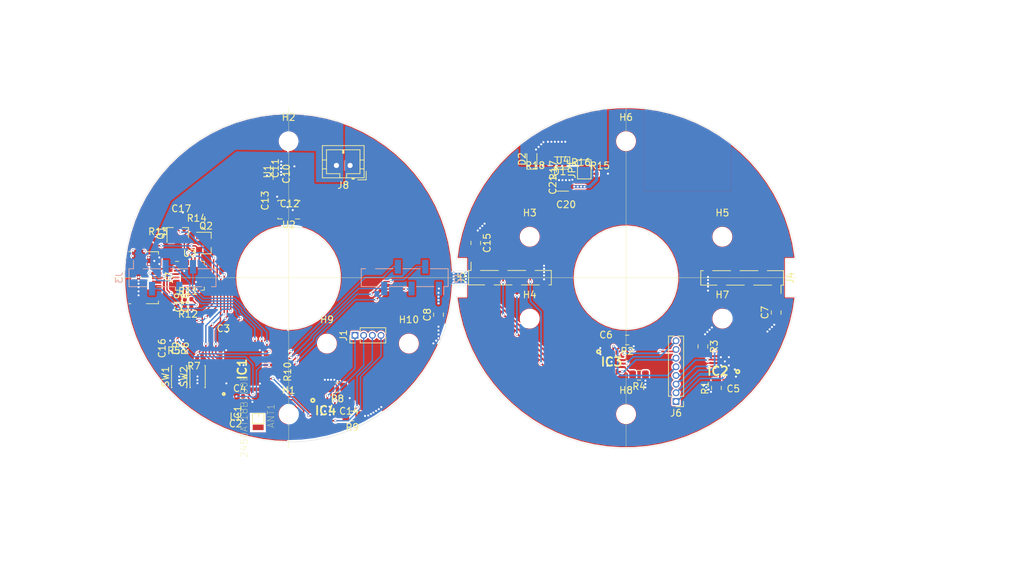
<source format=kicad_pcb>
(kicad_pcb (version 20171130) (host pcbnew 5.1.4-e60b266~84~ubuntu18.04.1)
  (layers (0 F.Cu signal) (31 B.Cu signal) (34 B.Paste user) (35 F.Paste user) (36 B.SilkS user) (37 F.SilkS user) (38 B.Mask user) (39 F.Mask user) (44 Edge.Cuts user))
  (net 0 "")
  (net 1 GND)
  (net 2 "Net-(C2-Pad2)")
  (net 3 +3V3)
  (net 4 /Sheet5DAF9EB0/TX)
  (net 5 /Sheet5DAF9EB0/RX)
  (net 6 +BATT)
  (net 7 /Sheet5DAF9EF1/A1)
  (net 8 "Net-(IC2-Pad13)")
  (net 9 /Sheet5DAF9EF1/B1)
  (net 10 /Sheet5DAF9EF1/B2)
  (net 11 "Net-(IC2-Pad9)")
  (net 12 /Sheet5DAF9EF1/A2)
  (net 13 /Sheet5DAF9EF1/M2B)
  (net 14 /Sheet5DAF9EF1/M2A)
  (net 15 /Sheet5DAF9EF1/M1B)
  (net 16 /Sheet5DAF9EF1/M1A)
  (net 17 /Sheet5DAF9EF1/A1_2)
  (net 18 "Net-(IC3-Pad13)")
  (net 19 /Sheet5DAF9EF1/B1_2)
  (net 20 /Sheet5DAF9EF1/B2_2)
  (net 21 "Net-(IC3-Pad9)")
  (net 22 /Sheet5DAF9EF1/A2_2)
  (net 23 /Sheet5DAF9EF1/M2B_2)
  (net 24 /Sheet5DAF9EF1/M2A_2)
  (net 25 /Sheet5DAF9EF1/M1B_2)
  (net 26 /Sheet5DAF9EF1/M1A_2)
  (net 27 "Net-(ANT1-Pad1)")
  (net 28 /Sheet5DAF9EB0/M1A_2)
  (net 29 /Sheet5DAF9EB0/M1B_2)
  (net 30 /Sheet5DAF9EB0/M2A_2)
  (net 31 /Sheet5DAF9EB0/M2B_2)
  (net 32 /Sheet5DAF9EB0/IO0)
  (net 33 /Sheet5DAF9EB0/M1A)
  (net 34 /Sheet5DAF9EB0/M1B)
  (net 35 /Sheet5DAF9EB0/M2A)
  (net 36 /Sheet5DAF9EB0/M2B)
  (net 37 /Sheet5DAF9EB0/EN)
  (net 38 /Sheet5DAF9EB0/SDA)
  (net 39 /Sheet5DAF9EB0/SCL)
  (net 40 "Net-(IC4-Pad13)")
  (net 41 "Net-(IC4-Pad9)")
  (net 42 "Net-(C16-Pad1)")
  (net 43 /Sheet5DAF9EB0/D_P)
  (net 44 +5V)
  (net 45 /Sheet5DAF9EB0/D_N)
  (net 46 /Sheet5DAF9EB0/DTR)
  (net 47 "Net-(Q1-Pad1)")
  (net 48 /Sheet5DAF9EB0/RTS)
  (net 49 "Net-(Q2-Pad1)")
  (net 50 "Net-(R11-Pad1)")
  (net 51 "Net-(D1-Pad2)")
  (net 52 "Net-(D2-Pad1)")
  (net 53 "Net-(JP1-Pad1)")
  (net 54 "Net-(JP1-Pad2)")
  (net 55 "Net-(R17-Pad2)")
  (net 56 /Sheet5DAF9EB0/M1A_3)
  (net 57 /Sheet5DAF9EB0/M1B_3)
  (net 58 /Sheet5DAF9EB0/M2A_3)
  (net 59 /Sheet5DAF9EB0/M2B_3)
  (net 60 /Sheet5DAF9EB0/A1_3)
  (net 61 /Sheet5DAF9EB0/B1_3)
  (net 62 /Sheet5DAF9EB0/B2_3)
  (net 63 /Sheet5DAF9EB0/A2_3)
  (module Connector_PinSocket_2.00mm:PinSocket_1x06_P2.00mm_Vertical_SMD_Pin1Left (layer B.Cu) (at 18 -0.0127 90)
    (fp_text reference J2 (at 0 7.8 90) (layer B.SilkS) (effects (justify mirror)))
    (fp_text value Conn_01x06_Female)
    (pad 6 smd rect (at 1.6 -5 90) (size 2 0.9) (layers B.Cu B.Paste B.Mask) (net 1 GND))
    (pad 4 smd rect (at 1.6 -1 90) (size 2 0.9) (layers B.Cu B.Paste B.Mask) (net 35 /Sheet5DAF9EB0/M2A))
    (pad 2 smd rect (at 1.6 3 90) (size 2 0.9) (layers B.Cu B.Paste B.Mask) (net 33 /Sheet5DAF9EB0/M1A))
    (pad 5 smd rect (at -1.6 -3 90) (size 2 0.9) (layers B.Cu B.Paste B.Mask) (net 36 /Sheet5DAF9EB0/M2B))
    (pad 3 smd rect (at -1.6 1 90) (size 2 0.9) (layers B.Cu B.Paste B.Mask) (net 34 /Sheet5DAF9EB0/M1B))
    (pad 1 smd rect (at -1.6 5 90) (size 2 0.9) (layers B.Cu B.Paste B.Mask) (net 6 +BATT))
  )
  (module Connector_PinHeader_1.27mm:PinHeader_1x04_P1.27mm_Vertical (layer F.Cu) (at 10.7188 8.4455 90)
    (fp_text reference J1 (at 0 -1.695 90) (layer F.SilkS))
    (fp_text value Conn_01x04_Female)
    (pad 4 thru_hole oval (at 0 3.81 90) (size 1 1) (drill 0.65) (layers *.Cu *.Mask) (net 63 /Sheet5DAF9EB0/A2_3))
    (pad 3 thru_hole oval (at 0 2.54 90) (size 1 1) (drill 0.65) (layers *.Cu *.Mask) (net 62 /Sheet5DAF9EB0/B2_3))
    (pad 2 thru_hole oval (at 0 1.27 90) (size 1 1) (drill 0.65) (layers *.Cu *.Mask) (net 61 /Sheet5DAF9EB0/B1_3))
    (pad 1 thru_hole rect (at 0 0 90) (size 1 1) (drill 0.65) (layers *.Cu *.Mask) (net 60 /Sheet5DAF9EB0/A1_3))
  )
  (module Connector_USB:USB_Micro-B_Molex_47346-0001 (layer F.Cu) (at -19.7645 0 270)
    (fp_text reference J7 (at 0 -3.3 270) (layer F.SilkS))
    (fp_text value USB_B_Micro)
    (pad 6 smd rect (at 0.84 1.2 270) (size 1.175 1.9) (layers F.Cu F.Paste F.Mask) (net 1 GND))
    (pad 6 smd rect (at -0.84 1.2 270) (size 1.175 1.9) (layers F.Cu F.Paste F.Mask) (net 1 GND))
    (pad 6 smd rect (at 2.91 1.2 270) (size 2.375 1.9) (layers F.Cu F.Paste F.Mask) (net 1 GND))
    (pad 6 smd rect (at -2.91 1.2 270) (size 2.375 1.9) (layers F.Cu F.Paste F.Mask) (net 1 GND))
    (pad 6 smd rect (at 2.4625 -1.1 270) (size 1.475 2.1) (layers F.Cu F.Paste F.Mask) (net 1 GND))
    (pad 6 smd rect (at -2.4625 -1.1 270) (size 1.475 2.1) (layers F.Cu F.Paste F.Mask) (net 1 GND))
    (pad 5 smd rect (at 1.3 -1.46 270) (size 0.45 1.38) (layers F.Cu F.Paste F.Mask) (net 1 GND))
    (pad 4 smd rect (at 0.65 -1.46 270) (size 0.45 1.38) (layers F.Cu F.Paste F.Mask))
    (pad 3 smd rect (at 0 -1.46 270) (size 0.45 1.38) (layers F.Cu F.Paste F.Mask) (net 43 /Sheet5DAF9EB0/D_P))
    (pad 2 smd rect (at -0.65 -1.46 270) (size 0.45 1.38) (layers F.Cu F.Paste F.Mask) (net 45 /Sheet5DAF9EB0/D_N))
    (pad 1 smd rect (at -1.3 -1.46 270) (size 0.45 1.38) (layers F.Cu F.Paste F.Mask) (net 44 +5V))
  )
  (module Connector_JST:JST_PH_B2B-PH-K_1x02_P2.00mm_Vertical (layer F.Cu) (at 10 -16.4465 180)
    (fp_text reference J8 (at 1 -2.9) (layer F.SilkS))
    (fp_text value Conn_01x02_Male)
    (pad 2 thru_hole oval (at 2 0 180) (size 1.2 1.75) (drill 0.75) (layers *.Cu *.Mask) (net 6 +BATT))
    (pad 1 thru_hole roundrect (at 0 0 180) (size 1.2 1.75) (drill 0.75) (layers *.Cu *.Mask) (roundrect_rratio 0.208333) (net 1 GND))
  )
  (module Capacitor_SMD:C_0805_2012Metric (layer F.Cu) (at 28.3972 -5.0904 270)
    (fp_text reference C15 (at 0 -1.65 90) (layer F.SilkS))
    (fp_text value C)
    (pad 2 smd roundrect (at 0.9375 0 270) (size 0.975 1.4) (layers F.Cu F.Paste F.Mask) (net 6 +BATT))
    (pad 1 smd roundrect (at -0.9375 0 270) (size 0.975 1.4) (layers F.Cu F.Paste F.Mask) (net 1 GND))
  )
  (module Capacitor_SMD:C_0805_2012Metric (layer F.Cu) (at 22.9456 5.4206 90)
    (fp_text reference C8 (at 0 -1.65 90) (layer F.SilkS))
    (fp_text value C)
    (pad 2 smd roundrect (at 0.9375 0 90) (size 0.975 1.4) (layers F.Cu F.Paste F.Mask) (net 6 +BATT))
    (pad 1 smd roundrect (at -0.9375 0 90) (size 0.975 1.4) (layers F.Cu F.Paste F.Mask) (net 1 GND))
  )
  (module Capacitor_SMD:C_0805_2012Metric (layer F.Cu) (at 72.3773 5.1077 90)
    (fp_text reference C7 (at 0 -1.65 90) (layer F.SilkS))
    (fp_text value C)
    (pad 2 smd roundrect (at 0.9375 0 90) (size 0.975 1.4) (layers F.Cu F.Paste F.Mask) (net 6 +BATT))
    (pad 1 smd roundrect (at -0.9375 0 90) (size 0.975 1.4) (layers F.Cu F.Paste F.Mask) (net 1 GND))
  )
  (module Package_TO_SOT_SMD:SOT-23-5 (layer F.Cu) (at 41.0923 -14.2977)
    (fp_text reference U4 (at 0 -2.9) (layer F.SilkS))
    (fp_text value MCP73831-2-OT)
    (pad 5 smd rect (at 1.1 -0.95) (size 1.06 0.65) (layers F.Cu F.Paste F.Mask) (net 53 "Net-(JP1-Pad1)"))
    (pad 4 smd rect (at 1.1 0.95) (size 1.06 0.65) (layers F.Cu F.Paste F.Mask) (net 44 +5V))
    (pad 3 smd rect (at -1.1 0.95) (size 1.06 0.65) (layers F.Cu F.Paste F.Mask) (net 6 +BATT))
    (pad 2 smd rect (at -1.1 0) (size 1.06 0.65) (layers F.Cu F.Paste F.Mask) (net 1 GND))
    (pad 1 smd rect (at -1.1 -0.95) (size 1.06 0.65) (layers F.Cu F.Paste F.Mask) (net 55 "Net-(R17-Pad2)"))
  )
  (module Resistor_SMD:R_0402_1005Metric (layer F.Cu) (at 37.0967 -15.2781)
    (fp_text reference R18 (at 0 -1.17) (layer F.SilkS))
    (fp_text value R)
    (pad 2 smd roundrect (at 0.485 0) (size 0.59 0.64) (layers F.Cu F.Paste F.Mask) (net 55 "Net-(R17-Pad2)"))
    (pad 1 smd roundrect (at -0.485 0) (size 0.59 0.64) (layers F.Cu F.Paste F.Mask) (net 52 "Net-(D2-Pad1)"))
  )
  (module Resistor_SMD:R_0402_1005Metric (layer F.Cu) (at 38.5953 -15.7583 270)
    (fp_text reference R17 (at 0 -1.17 90) (layer F.SilkS))
    (fp_text value R)
    (pad 2 smd roundrect (at 0.485 0 270) (size 0.59 0.64) (layers F.Cu F.Paste F.Mask) (net 55 "Net-(R17-Pad2)"))
    (pad 1 smd roundrect (at -0.485 0 270) (size 0.59 0.64) (layers F.Cu F.Paste F.Mask) (net 51 "Net-(D1-Pad2)"))
  )
  (module Resistor_SMD:R_0402_1005Metric (layer F.Cu) (at 43.8023 -18.0721 180)
    (fp_text reference R16 (at 0 -1.17) (layer F.SilkS))
    (fp_text value R)
    (pad 2 smd roundrect (at 0.485 0 180) (size 0.59 0.64) (layers F.Cu F.Paste F.Mask) (net 1 GND))
    (pad 1 smd roundrect (at -0.485 0 180) (size 0.59 0.64) (layers F.Cu F.Paste F.Mask) (net 54 "Net-(JP1-Pad2)"))
  )
  (module Resistor_SMD:R_0402_1005Metric (layer F.Cu) (at 46.5836 -15.24)
    (fp_text reference R15 (at 0 -1.17) (layer F.SilkS))
    (fp_text value R)
    (pad 2 smd roundrect (at 0.485 0) (size 0.59 0.64) (layers F.Cu F.Paste F.Mask) (net 1 GND))
    (pad 1 smd roundrect (at -0.485 0) (size 0.59 0.64) (layers F.Cu F.Paste F.Mask) (net 53 "Net-(JP1-Pad1)"))
  )
  (module Jumper:SolderJumper-2_P1.3mm_Open_Pad1.0x1.5mm (layer F.Cu) (at 44.2849 -15.8727 90)
    (fp_text reference JP1 (at 0 -1.8 90) (layer F.SilkS))
    (fp_text value Jumper_NO_Small)
    (pad 1 smd rect (at -0.65 0 90) (size 1 1.5) (layers F.Cu F.Mask) (net 53 "Net-(JP1-Pad1)"))
    (pad 2 smd rect (at 0.65 0 90) (size 1 1.5) (layers F.Cu F.Mask) (net 54 "Net-(JP1-Pad2)"))
  )
  (module LED_SMD:LED_0603_1608Metric (layer F.Cu) (at 36.6141 -17.3863 90)
    (fp_text reference D2 (at 0 -1.43 90) (layer F.SilkS))
    (fp_text value LED)
    (pad 2 smd roundrect (at 0.7875 0 90) (size 0.875 0.95) (layers F.Cu F.Paste F.Mask) (net 44 +5V))
    (pad 1 smd roundrect (at -0.7875 0 90) (size 0.875 0.95) (layers F.Cu F.Paste F.Mask) (net 52 "Net-(D2-Pad1)"))
  )
  (module LED_SMD:LED_0603_1608Metric (layer F.Cu) (at 40.6781 -16.9672 180)
    (fp_text reference D1 (at 0 -1.43) (layer F.SilkS))
    (fp_text value LED)
    (pad 2 smd roundrect (at 0.7875 0 180) (size 0.875 0.95) (layers F.Cu F.Paste F.Mask) (net 51 "Net-(D1-Pad2)"))
    (pad 1 smd roundrect (at -0.7875 0 180) (size 0.875 0.95) (layers F.Cu F.Paste F.Mask) (net 1 GND))
  )
  (module Capacitor_SMD:C_0402_1005Metric (layer F.Cu) (at 38.5064 -13.6271 270)
    (fp_text reference C21 (at 0 -1.17 90) (layer F.SilkS))
    (fp_text value C)
    (pad 2 smd roundrect (at 0.485 0 270) (size 0.59 0.64) (layers F.Cu F.Paste F.Mask) (net 6 +BATT))
    (pad 1 smd roundrect (at -0.485 0 270) (size 0.59 0.64) (layers F.Cu F.Paste F.Mask) (net 1 GND))
  )
  (module Capacitor_SMD:C_0402_1005Metric (layer F.Cu) (at 41.6179 -11.8872 180)
    (fp_text reference C20 (at 0 -1.17) (layer F.SilkS))
    (fp_text value C)
    (pad 2 smd roundrect (at 0.485 0 180) (size 0.59 0.64) (layers F.Cu F.Paste F.Mask) (net 1 GND))
    (pad 1 smd roundrect (at -0.485 0 180) (size 0.59 0.64) (layers F.Cu F.Paste F.Mask) (net 44 +5V))
  )
  (module Package_DFN_QFN:QFN-24-1EP_4x4mm_P0.5mm_EP2.6x2.6mm (layer F.Cu) (at -13.4549 -0.2771)
    (fp_text reference U3 (at 0 -3.3) (layer F.SilkS))
    (fp_text value CP2102N-A01-GQFN24)
    (pad 24 smd roundrect (at -1.25 -1.9375) (size 0.25 0.825) (layers F.Cu F.Paste F.Mask))
    (pad 23 smd roundrect (at -0.75 -1.9375) (size 0.25 0.825) (layers F.Cu F.Paste F.Mask) (net 46 /Sheet5DAF9EB0/DTR))
    (pad 22 smd roundrect (at -0.25 -1.9375) (size 0.25 0.825) (layers F.Cu F.Paste F.Mask))
    (pad 21 smd roundrect (at 0.25 -1.9375) (size 0.25 0.825) (layers F.Cu F.Paste F.Mask) (net 4 /Sheet5DAF9EB0/TX))
    (pad 20 smd roundrect (at 0.75 -1.9375) (size 0.25 0.825) (layers F.Cu F.Paste F.Mask) (net 5 /Sheet5DAF9EB0/RX))
    (pad 19 smd roundrect (at 1.25 -1.9375) (size 0.25 0.825) (layers F.Cu F.Paste F.Mask) (net 48 /Sheet5DAF9EB0/RTS))
    (pad 18 smd roundrect (at 1.9375 -1.25) (size 0.825 0.25) (layers F.Cu F.Paste F.Mask))
    (pad 17 smd roundrect (at 1.9375 -0.75) (size 0.825 0.25) (layers F.Cu F.Paste F.Mask))
    (pad 16 smd roundrect (at 1.9375 -0.25) (size 0.825 0.25) (layers F.Cu F.Paste F.Mask))
    (pad 15 smd roundrect (at 1.9375 0.25) (size 0.825 0.25) (layers F.Cu F.Paste F.Mask))
    (pad 14 smd roundrect (at 1.9375 0.75) (size 0.825 0.25) (layers F.Cu F.Paste F.Mask))
    (pad 13 smd roundrect (at 1.9375 1.25) (size 0.825 0.25) (layers F.Cu F.Paste F.Mask))
    (pad 12 smd roundrect (at 1.25 1.9375) (size 0.25 0.825) (layers F.Cu F.Paste F.Mask))
    (pad 11 smd roundrect (at 0.75 1.9375) (size 0.25 0.825) (layers F.Cu F.Paste F.Mask))
    (pad 10 smd roundrect (at 0.25 1.9375) (size 0.25 0.825) (layers F.Cu F.Paste F.Mask))
    (pad 9 smd roundrect (at -0.25 1.9375) (size 0.25 0.825) (layers F.Cu F.Paste F.Mask))
    (pad 8 smd roundrect (at -0.75 1.9375) (size 0.25 0.825) (layers F.Cu F.Paste F.Mask) (net 50 "Net-(R11-Pad1)"))
    (pad 7 smd roundrect (at -1.25 1.9375) (size 0.25 0.825) (layers F.Cu F.Paste F.Mask) (net 3 +3V3))
    (pad 6 smd roundrect (at -1.9375 1.25) (size 0.825 0.25) (layers F.Cu F.Paste F.Mask) (net 3 +3V3))
    (pad 5 smd roundrect (at -1.9375 0.75) (size 0.825 0.25) (layers F.Cu F.Paste F.Mask) (net 3 +3V3))
    (pad 4 smd roundrect (at -1.9375 0.25) (size 0.825 0.25) (layers F.Cu F.Paste F.Mask) (net 45 /Sheet5DAF9EB0/D_N))
    (pad 3 smd roundrect (at -1.9375 -0.25) (size 0.825 0.25) (layers F.Cu F.Paste F.Mask) (net 43 /Sheet5DAF9EB0/D_P))
    (pad 2 smd roundrect (at -1.9375 -0.75) (size 0.825 0.25) (layers F.Cu F.Paste F.Mask) (net 1 GND))
    (pad 1 smd roundrect (at -1.9375 -1.25) (size 0.825 0.25) (layers F.Cu F.Paste F.Mask))
    (pad 25 smd roundrect (at 0 0) (size 2.6 2.6) (layers F.Cu F.Mask) (roundrect_rratio 0.096154) (net 1 GND))
  )
  (module Resistor_SMD:R_0402_1005Metric (layer F.Cu) (at -12.4517 -7.5438)
    (fp_text reference R14 (at 0 -1.17) (layer F.SilkS))
    (fp_text value R)
    (pad 2 smd roundrect (at 0.485 0) (size 0.59 0.64) (layers F.Cu F.Paste F.Mask) (net 49 "Net-(Q2-Pad1)"))
    (pad 1 smd roundrect (at -0.485 0) (size 0.59 0.64) (layers F.Cu F.Paste F.Mask) (net 46 /Sheet5DAF9EB0/DTR))
  )
  (module Resistor_SMD:R_0402_1005Metric (layer F.Cu) (at -18.1008 -5.5753)
    (fp_text reference R13 (at 0 -1.17) (layer F.SilkS))
    (fp_text value R)
    (pad 2 smd roundrect (at 0.485 0) (size 0.59 0.64) (layers F.Cu F.Paste F.Mask) (net 47 "Net-(Q1-Pad1)"))
    (pad 1 smd roundrect (at -0.485 0) (size 0.59 0.64) (layers F.Cu F.Paste F.Mask) (net 48 /Sheet5DAF9EB0/RTS))
  )
  (module Resistor_SMD:R_0402_1005Metric (layer F.Cu) (at -13.7217 4.1656 180)
    (fp_text reference R12 (at 0 -1.17) (layer F.SilkS))
    (fp_text value R)
    (pad 2 smd roundrect (at 0.485 0 180) (size 0.59 0.64) (layers F.Cu F.Paste F.Mask) (net 50 "Net-(R11-Pad1)"))
    (pad 1 smd roundrect (at -0.485 0 180) (size 0.59 0.64) (layers F.Cu F.Paste F.Mask) (net 1 GND))
  )
  (module Resistor_SMD:R_0402_1005Metric (layer F.Cu) (at -13.709 3.1496)
    (fp_text reference R11 (at 0 -1.17) (layer F.SilkS))
    (fp_text value R)
    (pad 2 smd roundrect (at 0.485 0) (size 0.59 0.64) (layers F.Cu F.Paste F.Mask) (net 44 +5V))
    (pad 1 smd roundrect (at -0.485 0) (size 0.59 0.64) (layers F.Cu F.Paste F.Mask) (net 50 "Net-(R11-Pad1)"))
  )
  (module Resistor_SMD:R_0402_1005Metric (layer F.Cu) (at -0.3191 13.7761 270)
    (fp_text reference R10 (at 0 -1.17 90) (layer F.SilkS))
    (fp_text value R)
    (pad 2 smd roundrect (at 0.485 0 270) (size 0.59 0.64) (layers F.Cu F.Paste F.Mask) (net 1 GND))
    (pad 1 smd roundrect (at -0.485 0 270) (size 0.59 0.64) (layers F.Cu F.Paste F.Mask) (net 34 /Sheet5DAF9EB0/M1B))
  )
  (module Package_TO_SOT_SMD:SOT-23 (layer F.Cu) (at -11.0904 -5.08)
    (fp_text reference Q2 (at 0 -2.5) (layer F.SilkS))
    (fp_text value MMBT3904)
    (pad 3 smd rect (at 1 0) (size 0.9 0.8) (layers F.Cu F.Paste F.Mask) (net 37 /Sheet5DAF9EB0/EN))
    (pad 2 smd rect (at -1 0.95) (size 0.9 0.8) (layers F.Cu F.Paste F.Mask) (net 48 /Sheet5DAF9EB0/RTS))
    (pad 1 smd rect (at -1 -0.95) (size 0.9 0.8) (layers F.Cu F.Paste F.Mask) (net 49 "Net-(Q2-Pad1)"))
  )
  (module Package_TO_SOT_SMD:SOT-23 (layer F.Cu) (at -15.2204 -6.588 90)
    (fp_text reference Q1 (at 0 -2.5 90) (layer F.SilkS))
    (fp_text value MMBT3904)
    (pad 3 smd rect (at 1 0 90) (size 0.9 0.8) (layers F.Cu F.Paste F.Mask) (net 32 /Sheet5DAF9EB0/IO0))
    (pad 2 smd rect (at -1 0.95 90) (size 0.9 0.8) (layers F.Cu F.Paste F.Mask) (net 46 /Sheet5DAF9EB0/DTR))
    (pad 1 smd rect (at -1 -0.95 90) (size 0.9 0.8) (layers F.Cu F.Paste F.Mask) (net 47 "Net-(Q1-Pad1)"))
  )
  (module Capacitor_SMD:C_0402_1005Metric (layer F.Cu) (at -16.3355 3.6346 270)
    (fp_text reference C19 (at 0 -1.17 90) (layer F.SilkS))
    (fp_text value C)
    (pad 2 smd roundrect (at 0.485 0 270) (size 0.59 0.64) (layers F.Cu F.Paste F.Mask) (net 1 GND))
    (pad 1 smd roundrect (at -0.485 0 270) (size 0.59 0.64) (layers F.Cu F.Paste F.Mask) (net 3 +3V3))
  )
  (module Capacitor_SMD:C_0402_1005Metric (layer F.Cu) (at -15.3195 3.6346 270)
    (fp_text reference C18 (at 0 -1.17 90) (layer F.SilkS))
    (fp_text value C)
    (pad 2 smd roundrect (at 0.485 0 270) (size 0.59 0.64) (layers F.Cu F.Paste F.Mask) (net 1 GND))
    (pad 1 smd roundrect (at -0.485 0 270) (size 0.59 0.64) (layers F.Cu F.Paste F.Mask) (net 3 +3V3))
  )
  (module Capacitor_SMD:C_0402_1005Metric (layer F.Cu) (at -14.7123 -8.9535)
    (fp_text reference C17 (at 0 -1.17) (layer F.SilkS))
    (fp_text value C)
    (pad 2 smd roundrect (at 0.485 0) (size 0.59 0.64) (layers F.Cu F.Paste F.Mask) (net 1 GND))
    (pad 1 smd roundrect (at -0.485 0) (size 0.59 0.64) (layers F.Cu F.Paste F.Mask) (net 32 /Sheet5DAF9EB0/IO0))
  )
  (module Capacitor_SMD:C_0402_1005Metric (layer F.Cu) (at -16.3592 10.3344 90)
    (fp_text reference C16 (at 0 -1.17 90) (layer F.SilkS))
    (fp_text value C)
    (pad 2 smd roundrect (at 0.485 0 90) (size 0.59 0.64) (layers F.Cu F.Paste F.Mask) (net 1 GND))
    (pad 1 smd roundrect (at -0.485 0 90) (size 0.59 0.64) (layers F.Cu F.Paste F.Mask) (net 42 "Net-(C16-Pad1)"))
  )
  (module Connector_PinSocket_2.00mm:PinSocket_1x06_P2.00mm_Vertical_SMD_Pin1Left (layer B.Cu) (at -16 0 270)
    (fp_text reference J3 (at 0 7.8 90) (layer B.SilkS) (effects (justify mirror)))
    (fp_text value Conn_01x06_Female)
    (pad 6 smd rect (at 1.6 -5 270) (size 2 0.9) (layers B.Cu B.Paste B.Mask) (net 1 GND))
    (pad 4 smd rect (at 1.6 -1 270) (size 2 0.9) (layers B.Cu B.Paste B.Mask) (net 30 /Sheet5DAF9EB0/M2A_2))
    (pad 2 smd rect (at 1.6 3 270) (size 2 0.9) (layers B.Cu B.Paste B.Mask) (net 28 /Sheet5DAF9EB0/M1A_2))
    (pad 5 smd rect (at -1.6 -3 270) (size 2 0.9) (layers B.Cu B.Paste B.Mask) (net 31 /Sheet5DAF9EB0/M2B_2))
    (pad 3 smd rect (at -1.6 1 270) (size 2 0.9) (layers B.Cu B.Paste B.Mask) (net 29 /Sheet5DAF9EB0/M1B_2))
    (pad 1 smd rect (at -1.6 5 270) (size 2 0.9) (layers B.Cu B.Paste B.Mask) (net 6 +BATT))
  )
  (module MountingHole:MountingHole_2.5mm (layer F.Cu) (at 18.61 9.65)
    (fp_text reference H10 (at 0 -3.5) (layer F.SilkS))
    (fp_text value MountingHole)
    (pad 1 np_thru_hole circle (at 0 0) (size 2.5 2.5) (drill 2.5) (layers *.Cu *.Mask))
  )
  (module MountingHole:MountingHole_2.5mm (layer F.Cu) (at 6.61 9.65)
    (fp_text reference H9 (at 0 -3.5) (layer F.SilkS))
    (fp_text value MountingHole)
    (pad 1 np_thru_hole circle (at 0 0) (size 2.5 2.5) (drill 2.5) (layers *.Cu *.Mask))
  )
  (module Resistor_SMD:R_0805_2012Metric (layer F.Cu) (at 10.3154 20.2619 180)
    (fp_text reference R9 (at 0 -1.65) (layer F.SilkS))
    (fp_text value R)
    (pad 2 smd roundrect (at 0.9375 0 180) (size 0.975 1.4) (layers F.Cu F.Paste F.Mask) (net 41 "Net-(IC4-Pad9)"))
    (pad 1 smd roundrect (at -0.9375 0 180) (size 0.975 1.4) (layers F.Cu F.Paste F.Mask) (net 1 GND))
  )
  (module Resistor_SMD:R_0805_2012Metric (layer F.Cu) (at 8.146 16.0836 180)
    (fp_text reference R8 (at 0 -1.65) (layer F.SilkS))
    (fp_text value R)
    (pad 2 smd roundrect (at 0.9375 0 180) (size 0.975 1.4) (layers F.Cu F.Paste F.Mask) (net 40 "Net-(IC4-Pad13)"))
    (pad 1 smd roundrect (at -0.9375 0 180) (size 0.975 1.4) (layers F.Cu F.Paste F.Mask) (net 1 GND))
  )
  (module A3916GESTR-T:QFN50P300X300X75-17N-D (layer F.Cu) (at 6.4188 19.4745)
    (fp_text reference IC4 (at 0 0) (layer F.SilkS) (effects (font (size 1.27 1.27) (thickness 0.254))))
    (fp_text value A3916GESTR-T hide)
    (pad 17 smd rect (at 0 0) (size 1.7 1.7) (layers F.Cu F.Paste F.Mask) (net 1 GND))
    (pad 16 smd rect (at -0.75 -1.45) (size 0.3 0.85) (layers F.Cu F.Paste F.Mask))
    (pad 15 smd rect (at -0.25 -1.45) (size 0.3 0.85) (layers F.Cu F.Paste F.Mask) (net 6 +BATT))
    (pad 14 smd rect (at 0.25 -1.45) (size 0.3 0.85) (layers F.Cu F.Paste F.Mask) (net 60 /Sheet5DAF9EB0/A1_3))
    (pad 13 smd rect (at 0.75 -1.45) (size 0.3 0.85) (layers F.Cu F.Paste F.Mask) (net 40 "Net-(IC4-Pad13)"))
    (pad 12 smd rect (at 1.45 -0.75 90) (size 0.3 0.85) (layers F.Cu F.Paste F.Mask) (net 61 /Sheet5DAF9EB0/B1_3))
    (pad 11 smd rect (at 1.45 -0.25 90) (size 0.3 0.85) (layers F.Cu F.Paste F.Mask) (net 6 +BATT))
    (pad 10 smd rect (at 1.45 0.25 90) (size 0.3 0.85) (layers F.Cu F.Paste F.Mask) (net 62 /Sheet5DAF9EB0/B2_3))
    (pad 9 smd rect (at 1.45 0.75 90) (size 0.3 0.85) (layers F.Cu F.Paste F.Mask) (net 41 "Net-(IC4-Pad9)"))
    (pad 8 smd rect (at 0.75 1.45) (size 0.3 0.85) (layers F.Cu F.Paste F.Mask) (net 63 /Sheet5DAF9EB0/A2_3))
    (pad 7 smd rect (at 0.25 1.45) (size 0.3 0.85) (layers F.Cu F.Paste F.Mask))
    (pad 6 smd rect (at -0.25 1.45) (size 0.3 0.85) (layers F.Cu F.Paste F.Mask) (net 59 /Sheet5DAF9EB0/M2B_3))
    (pad 5 smd rect (at -0.75 1.45) (size 0.3 0.85) (layers F.Cu F.Paste F.Mask) (net 58 /Sheet5DAF9EB0/M2A_3))
    (pad 4 smd rect (at -1.45 0.75 90) (size 0.3 0.85) (layers F.Cu F.Paste F.Mask) (net 57 /Sheet5DAF9EB0/M1B_3))
    (pad 3 smd rect (at -1.45 0.25 90) (size 0.3 0.85) (layers F.Cu F.Paste F.Mask) (net 56 /Sheet5DAF9EB0/M1A_3))
    (pad 2 smd rect (at -1.45 -0.25 90) (size 0.3 0.85) (layers F.Cu F.Paste F.Mask) (net 6 +BATT))
    (pad 1 smd rect (at -1.45 -0.75 90) (size 0.3 0.85) (layers F.Cu F.Paste F.Mask) (net 1 GND))
  )
  (module Capacitor_SMD:C_0402_1005Metric (layer F.Cu) (at 9.8581 18.3823 180)
    (fp_text reference C14 (at 0 -1.17) (layer F.SilkS))
    (fp_text value C)
    (pad 2 smd roundrect (at 0.485 0 180) (size 0.59 0.64) (layers F.Cu F.Paste F.Mask) (net 6 +BATT))
    (pad 1 smd roundrect (at -0.485 0 180) (size 0.59 0.64) (layers F.Cu F.Paste F.Mask) (net 1 GND))
  )
  (module Package_LGA:LGA-14_3x2.5mm_P0.5mm_LayoutBorder3x4y (layer F.Cu) (at 1.0313 -9.9655 180)
    (fp_text reference U2 (at 0 -2.2) (layer F.SilkS))
    (fp_text value LSM6DS3)
    (pad 14 smd custom (at -0.5 -0.9125 180) (size 0.223223 0.223223) (layers F.Cu F.Paste F.Mask) (net 38 /Sheet5DAF9EB0/SDA) (options (clearance outline) (anchor circle)) (primitives (gr_poly (pts (xy -0.125 -0.2375) (xy 0.125 -0.2375) (xy 0.125 0.2375) (xy 0.081066 0.2375) (xy -0.125 0.031434)) (width 0.15))))
    (pad 13 smd roundrect (at 0 -0.9125 180) (size 0.4 0.625) (layers F.Cu F.Paste F.Mask) (net 39 /Sheet5DAF9EB0/SCL))
    (pad 12 smd custom (at 0.5 -0.9125 180) (size 0.223223 0.223223) (layers F.Cu F.Paste F.Mask) (options (clearance outline) (anchor circle)) (primitives (gr_poly (pts (xy -0.125 -0.2375) (xy 0.125 -0.2375) (xy 0.125 0.031434) (xy -0.081066 0.2375) (xy -0.125 0.2375)) (width 0.15))))
    (pad 11 smd custom (at 1.1625 -0.75 180) (size 0.223223 0.223223) (layers F.Cu F.Paste F.Mask) (options (clearance outline) (anchor circle)) (primitives (gr_poly (pts (xy -0.2375 0.081066) (xy -0.031434 -0.125) (xy 0.2375 -0.125) (xy 0.2375 0.125) (xy -0.2375 0.125)) (width 0.15))))
    (pad 10 smd roundrect (at 1.1625 -0.25 180) (size 0.625 0.4) (layers F.Cu F.Paste F.Mask))
    (pad 9 smd roundrect (at 1.1625 0.25 180) (size 0.625 0.4) (layers F.Cu F.Paste F.Mask))
    (pad 8 smd custom (at 1.1625 0.75 180) (size 0.223223 0.223223) (layers F.Cu F.Paste F.Mask) (net 3 +3V3) (options (clearance outline) (anchor circle)) (primitives (gr_poly (pts (xy -0.2375 -0.125) (xy 0.2375 -0.125) (xy 0.2375 0.125) (xy -0.031434 0.125) (xy -0.2375 -0.081066)) (width 0.15))))
    (pad 7 smd custom (at 0.5 0.9125 180) (size 0.223223 0.223223) (layers F.Cu F.Paste F.Mask) (net 1 GND) (options (clearance outline) (anchor circle)) (primitives (gr_poly (pts (xy -0.125 -0.2375) (xy -0.081066 -0.2375) (xy 0.125 -0.031434) (xy 0.125 0.2375) (xy -0.125 0.2375)) (width 0.15))))
    (pad 6 smd roundrect (at 0 0.9125 180) (size 0.4 0.625) (layers F.Cu F.Paste F.Mask) (net 1 GND))
    (pad 5 smd custom (at -0.5 0.9125 180) (size 0.223223 0.223223) (layers F.Cu F.Paste F.Mask) (net 3 +3V3) (options (clearance outline) (anchor circle)) (primitives (gr_poly (pts (xy -0.125 -0.031434) (xy 0.081066 -0.2375) (xy 0.125 -0.2375) (xy 0.125 0.2375) (xy -0.125 0.2375)) (width 0.15))))
    (pad 4 smd custom (at -1.1625 0.75 180) (size 0.223223 0.223223) (layers F.Cu F.Paste F.Mask) (options (clearance outline) (anchor circle)) (primitives (gr_poly (pts (xy -0.2375 -0.125) (xy 0.2375 -0.125) (xy 0.2375 -0.081066) (xy 0.031434 0.125) (xy -0.2375 0.125)) (width 0.15))))
    (pad 3 smd roundrect (at -1.1625 0.25 180) (size 0.625 0.4) (layers F.Cu F.Paste F.Mask) (net 1 GND))
    (pad 2 smd roundrect (at -1.1625 -0.25 180) (size 0.625 0.4) (layers F.Cu F.Paste F.Mask) (net 1 GND))
    (pad 1 smd custom (at -1.1625 -0.75 180) (size 0.223223 0.223223) (layers F.Cu F.Paste F.Mask) (net 1 GND) (options (clearance outline) (anchor circle)) (primitives (gr_poly (pts (xy -0.2375 -0.125) (xy 0.031434 -0.125) (xy 0.2375 0.081066) (xy 0.2375 0.125) (xy -0.2375 0.125)) (width 0.15))))
  )
  (module Capacitor_SMD:C_0402_1005Metric (layer F.Cu) (at -1.2733 -11.3054 90)
    (fp_text reference C13 (at 0 -1.17 90) (layer F.SilkS))
    (fp_text value C)
    (pad 2 smd roundrect (at 0.485 0 90) (size 0.59 0.64) (layers F.Cu F.Paste F.Mask) (net 1 GND))
    (pad 1 smd roundrect (at -0.485 0 90) (size 0.59 0.64) (layers F.Cu F.Paste F.Mask) (net 3 +3V3))
  )
  (module Capacitor_SMD:C_0402_1005Metric (layer F.Cu) (at 1.1524 -12.0142 180)
    (fp_text reference C12 (at 0 -1.17) (layer F.SilkS))
    (fp_text value C)
    (pad 2 smd roundrect (at 0.485 0 180) (size 0.59 0.64) (layers F.Cu F.Paste F.Mask) (net 1 GND))
    (pad 1 smd roundrect (at -0.485 0 180) (size 0.59 0.64) (layers F.Cu F.Paste F.Mask) (net 3 +3V3))
  )
  (module Button_Switch_SMD:SW_SPST_CK_KXT3 (layer F.Cu) (at -12.3206 14.4994 90)
    (fp_text reference SW2 (at 0 -2 90) (layer F.SilkS))
    (fp_text value SW_Push_Open)
    (pad 2 smd rect (at 1.625 0 90) (size 0.55 1.5) (layers F.Cu F.Paste F.Mask) (net 32 /Sheet5DAF9EB0/IO0))
    (pad 1 smd rect (at -1.625 0 90) (size 0.55 1.5) (layers F.Cu F.Paste F.Mask) (net 1 GND))
  )
  (module Button_Switch_SMD:SW_SPST_CK_KXT3 (layer F.Cu) (at -15.0257 14.5 90)
    (fp_text reference SW1 (at 0 -2 90) (layer F.SilkS))
    (fp_text value SW_Push_Open)
    (pad 2 smd rect (at 1.625 0 90) (size 0.55 1.5) (layers F.Cu F.Paste F.Mask) (net 42 "Net-(C16-Pad1)"))
    (pad 1 smd rect (at -1.625 0 90) (size 0.55 1.5) (layers F.Cu F.Paste F.Mask) (net 1 GND))
  )
  (module Package_TO_SOT_SMD:SOT-353_SC-70-5 (layer F.Cu) (at -0.096 -15.5768 90)
    (fp_text reference U1 (at 0 -2 90) (layer F.SilkS))
    (fp_text value MIC5366-3.3YC5)
    (pad 5 smd rect (at 0.95 -0.65 90) (size 0.65 0.4) (layers F.Cu F.Paste F.Mask) (net 3 +3V3))
    (pad 4 smd rect (at 0.95 0.65 90) (size 0.65 0.4) (layers F.Cu F.Paste F.Mask))
    (pad 2 smd rect (at -0.95 0 90) (size 0.65 0.4) (layers F.Cu F.Paste F.Mask) (net 1 GND))
    (pad 3 smd rect (at -0.95 0.65 90) (size 0.65 0.4) (layers F.Cu F.Paste F.Mask) (net 6 +BATT))
    (pad 1 smd rect (at -0.95 -0.65 90) (size 0.65 0.4) (layers F.Cu F.Paste F.Mask) (net 6 +BATT))
  )
  (module Resistor_SMD:R_0402_1005Metric (layer F.Cu) (at -12.865 11.775 180)
    (fp_text reference R7 (at 0 -1.17) (layer F.SilkS))
    (fp_text value R)
    (pad 2 smd roundrect (at 0.485 0 180) (size 0.59 0.64) (layers F.Cu F.Paste F.Mask) (net 3 +3V3))
    (pad 1 smd roundrect (at -0.485 0 180) (size 0.59 0.64) (layers F.Cu F.Paste F.Mask) (net 32 /Sheet5DAF9EB0/IO0))
  )
  (module Resistor_SMD:R_0402_1005Metric (layer F.Cu) (at -15.3051 10.3598 270)
    (fp_text reference R6 (at 0 -1.17 90) (layer F.SilkS))
    (fp_text value R)
    (pad 2 smd roundrect (at 0.485 0 270) (size 0.59 0.64) (layers F.Cu F.Paste F.Mask) (net 42 "Net-(C16-Pad1)"))
    (pad 1 smd roundrect (at -0.485 0 270) (size 0.59 0.64) (layers F.Cu F.Paste F.Mask) (net 37 /Sheet5DAF9EB0/EN))
  )
  (module Resistor_SMD:R_0402_1005Metric (layer F.Cu) (at -15.7901 11.8584)
    (fp_text reference R5 (at 0 -1.17) (layer F.SilkS))
    (fp_text value R)
    (pad 2 smd roundrect (at 0.485 0) (size 0.59 0.64) (layers F.Cu F.Paste F.Mask) (net 42 "Net-(C16-Pad1)"))
    (pad 1 smd roundrect (at -0.485 0) (size 0.59 0.64) (layers F.Cu F.Paste F.Mask) (net 3 +3V3))
  )
  (module Capacitor_SMD:C_0402_1005Metric (layer F.Cu) (at -2.128 -16.034 270)
    (fp_text reference C11 (at 0 -1.17 90) (layer F.SilkS))
    (fp_text value C)
    (pad 2 smd roundrect (at 0.485 0 270) (size 0.59 0.64) (layers F.Cu F.Paste F.Mask) (net 1 GND))
    (pad 1 smd roundrect (at -0.485 0 270) (size 0.59 0.64) (layers F.Cu F.Paste F.Mask) (net 3 +3V3))
  )
  (module Capacitor_SMD:C_0402_1005Metric (layer F.Cu) (at 1.8344 -15.2212 90)
    (fp_text reference C10 (at 0 -1.17 90) (layer F.SilkS))
    (fp_text value C)
    (pad 2 smd roundrect (at 0.485 0 90) (size 0.59 0.64) (layers F.Cu F.Paste F.Mask) (net 1 GND))
    (pad 1 smd roundrect (at -0.485 0 90) (size 0.59 0.64) (layers F.Cu F.Paste F.Mask) (net 6 +BATT))
  )
  (module Capacitor_SMD:C_0402_1005Metric (layer F.Cu) (at -14.2891 10.3471 90)
    (fp_text reference C9 (at 0 -1.17 90) (layer F.SilkS))
    (fp_text value C)
    (pad 2 smd roundrect (at 0.485 0 90) (size 0.59 0.64) (layers F.Cu F.Paste F.Mask) (net 1 GND))
    (pad 1 smd roundrect (at -0.485 0 90) (size 0.59 0.64) (layers F.Cu F.Paste F.Mask) (net 42 "Net-(C16-Pad1)"))
  )
  (module 2450AT18B100E:ANT_2450AT18B100E (layer F.Cu) (at -3.456 20.626 270)
    (fp_text reference ANT1 (at -0.38 -1.885 90) (layer F.SilkS) (effects (font (thickness 0.05))))
    (fp_text value 2450AT18B100E (at -0.265 2.055 90) (layer F.SilkS) (effects (font (thickness 0.05))))
    (pad 2 smd rect (at 1.3 0 270) (size 0.8 1.6) (layers F.Cu F.Paste F.Mask))
    (pad 1 smd rect (at -1.3 0 270) (size 0.8 1.6) (layers F.Cu F.Paste F.Mask) (net 27 "Net-(ANT1-Pad1)"))
  )
  (module Connector_PinHeader_1.27mm:PinHeader_1x08_P1.27mm_Vertical (layer F.Cu) (at 57.7215 18.1356 180)
    (fp_text reference J6 (at 0 -1.695) (layer F.SilkS))
    (fp_text value Conn_01x08_Female)
    (pad 8 thru_hole oval (at 0 8.89 180) (size 1 1) (drill 0.65) (layers *.Cu *.Mask) (net 20 /Sheet5DAF9EF1/B2_2))
    (pad 7 thru_hole oval (at 0 7.62 180) (size 1 1) (drill 0.65) (layers *.Cu *.Mask) (net 19 /Sheet5DAF9EF1/B1_2))
    (pad 6 thru_hole oval (at 0 6.35 180) (size 1 1) (drill 0.65) (layers *.Cu *.Mask) (net 22 /Sheet5DAF9EF1/A2_2))
    (pad 5 thru_hole oval (at 0 5.08 180) (size 1 1) (drill 0.65) (layers *.Cu *.Mask) (net 17 /Sheet5DAF9EF1/A1_2))
    (pad 4 thru_hole oval (at 0 3.81 180) (size 1 1) (drill 0.65) (layers *.Cu *.Mask) (net 10 /Sheet5DAF9EF1/B2))
    (pad 3 thru_hole oval (at 0 2.54 180) (size 1 1) (drill 0.65) (layers *.Cu *.Mask) (net 9 /Sheet5DAF9EF1/B1))
    (pad 2 thru_hole oval (at 0 1.27 180) (size 1 1) (drill 0.65) (layers *.Cu *.Mask) (net 12 /Sheet5DAF9EF1/A2))
    (pad 1 thru_hole rect (at 0 0 180) (size 1 1) (drill 0.65) (layers *.Cu *.Mask) (net 7 /Sheet5DAF9EF1/A1))
  )
  (module Connector_PinHeader_2.00mm:PinHeader_1x06_P2.00mm_Vertical_SMD_Pin1Right (layer F.Cu) (at 33.4 0 90)
    (fp_text reference J5 (at 0 -7.06 90) (layer F.SilkS))
    (fp_text value Conn_01x06_Female)
    (pad 5 smd rect (at 1.175 3 90) (size 2.35 0.85) (layers F.Cu F.Paste F.Mask) (net 23 /Sheet5DAF9EF1/M2B_2))
    (pad 3 smd rect (at 1.175 -1 90) (size 2.35 0.85) (layers F.Cu F.Paste F.Mask) (net 25 /Sheet5DAF9EF1/M1B_2))
    (pad 1 smd rect (at 1.175 -5 90) (size 2.35 0.85) (layers F.Cu F.Paste F.Mask) (net 6 +BATT))
    (pad 6 smd rect (at -1.175 5 90) (size 2.35 0.85) (layers F.Cu F.Paste F.Mask) (net 1 GND))
    (pad 4 smd rect (at -1.175 1 90) (size 2.35 0.85) (layers F.Cu F.Paste F.Mask) (net 24 /Sheet5DAF9EF1/M2A_2))
    (pad 2 smd rect (at -1.175 -3 90) (size 2.35 0.85) (layers F.Cu F.Paste F.Mask) (net 26 /Sheet5DAF9EF1/M1A_2))
  )
  (module Connector_PinHeader_2.00mm:PinHeader_1x06_P2.00mm_Vertical_SMD_Pin1Right (layer F.Cu) (at 67.4 0.0254 270)
    (fp_text reference J4 (at 0 -7.06 90) (layer F.SilkS))
    (fp_text value Conn_01x06_Female)
    (pad 5 smd rect (at 1.175 3 270) (size 2.35 0.85) (layers F.Cu F.Paste F.Mask) (net 13 /Sheet5DAF9EF1/M2B))
    (pad 3 smd rect (at 1.175 -1 270) (size 2.35 0.85) (layers F.Cu F.Paste F.Mask) (net 15 /Sheet5DAF9EF1/M1B))
    (pad 1 smd rect (at 1.175 -5 270) (size 2.35 0.85) (layers F.Cu F.Paste F.Mask) (net 6 +BATT))
    (pad 6 smd rect (at -1.175 5 270) (size 2.35 0.85) (layers F.Cu F.Paste F.Mask) (net 1 GND))
    (pad 4 smd rect (at -1.175 1 270) (size 2.35 0.85) (layers F.Cu F.Paste F.Mask) (net 14 /Sheet5DAF9EF1/M2A))
    (pad 2 smd rect (at -1.175 -3 270) (size 2.35 0.85) (layers F.Cu F.Paste F.Mask) (net 16 /Sheet5DAF9EF1/M1A))
  )
  (module Resistor_SMD:R_0805_2012Metric (layer F.Cu) (at 50.5714 9.12876 180)
    (fp_text reference R2 (at 0 -1.65) (layer F.SilkS))
    (fp_text value R)
    (pad 2 smd roundrect (at 0.9375 0 180) (size 0.975 1.4) (layers F.Cu F.Paste F.Mask) (net 18 "Net-(IC3-Pad13)"))
    (pad 1 smd roundrect (at -0.9375 0 180) (size 0.975 1.4) (layers F.Cu F.Paste F.Mask) (net 1 GND))
  )
  (module Resistor_SMD:R_0805_2012Metric (layer F.Cu) (at 63.63028 16.15006 90)
    (fp_text reference R1 (at 0 -1.65 90) (layer F.SilkS))
    (fp_text value R)
    (pad 2 smd roundrect (at 0.9375 0 90) (size 0.975 1.4) (layers F.Cu F.Paste F.Mask) (net 8 "Net-(IC2-Pad13)"))
    (pad 1 smd roundrect (at -0.9375 0 90) (size 0.975 1.4) (layers F.Cu F.Paste F.Mask) (net 1 GND))
  )
  (module Resistor_SMD:R_0805_2012Metric (layer F.Cu) (at 52.30392 14.29004 180)
    (fp_text reference R4 (at 0 -1.65) (layer F.SilkS))
    (fp_text value R)
    (pad 2 smd roundrect (at 0.9375 0 180) (size 0.975 1.4) (layers F.Cu F.Paste F.Mask) (net 21 "Net-(IC3-Pad9)"))
    (pad 1 smd roundrect (at -0.9375 0 180) (size 0.975 1.4) (layers F.Cu F.Paste F.Mask) (net 1 GND))
  )
  (module Resistor_SMD:R_0805_2012Metric (layer F.Cu) (at 61.65408 10.07406 270)
    (fp_text reference R3 (at 0 -1.65 90) (layer F.SilkS))
    (fp_text value R)
    (pad 2 smd roundrect (at 0.9375 0 270) (size 0.975 1.4) (layers F.Cu F.Paste F.Mask) (net 11 "Net-(IC2-Pad9)"))
    (pad 1 smd roundrect (at -0.9375 0 270) (size 0.975 1.4) (layers F.Cu F.Paste F.Mask) (net 1 GND))
  )
  (module A3916GESTR-T:QFN50P300X300X75-17N-D (layer F.Cu) (at 48.26762 12.33424)
    (fp_text reference IC3 (at 0 0) (layer F.SilkS) (effects (font (size 1.27 1.27) (thickness 0.254))))
    (fp_text value A3916GESTR-T hide)
    (pad 17 smd rect (at 0 0) (size 1.7 1.7) (layers F.Cu F.Paste F.Mask) (net 1 GND))
    (pad 16 smd rect (at -0.75 -1.45) (size 0.3 0.85) (layers F.Cu F.Paste F.Mask))
    (pad 15 smd rect (at -0.25 -1.45) (size 0.3 0.85) (layers F.Cu F.Paste F.Mask) (net 6 +BATT))
    (pad 14 smd rect (at 0.25 -1.45) (size 0.3 0.85) (layers F.Cu F.Paste F.Mask) (net 17 /Sheet5DAF9EF1/A1_2))
    (pad 13 smd rect (at 0.75 -1.45) (size 0.3 0.85) (layers F.Cu F.Paste F.Mask) (net 18 "Net-(IC3-Pad13)"))
    (pad 12 smd rect (at 1.45 -0.75 90) (size 0.3 0.85) (layers F.Cu F.Paste F.Mask) (net 19 /Sheet5DAF9EF1/B1_2))
    (pad 11 smd rect (at 1.45 -0.25 90) (size 0.3 0.85) (layers F.Cu F.Paste F.Mask) (net 6 +BATT))
    (pad 10 smd rect (at 1.45 0.25 90) (size 0.3 0.85) (layers F.Cu F.Paste F.Mask) (net 20 /Sheet5DAF9EF1/B2_2))
    (pad 9 smd rect (at 1.45 0.75 90) (size 0.3 0.85) (layers F.Cu F.Paste F.Mask) (net 21 "Net-(IC3-Pad9)"))
    (pad 8 smd rect (at 0.75 1.45) (size 0.3 0.85) (layers F.Cu F.Paste F.Mask) (net 22 /Sheet5DAF9EF1/A2_2))
    (pad 7 smd rect (at 0.25 1.45) (size 0.3 0.85) (layers F.Cu F.Paste F.Mask))
    (pad 6 smd rect (at -0.25 1.45) (size 0.3 0.85) (layers F.Cu F.Paste F.Mask) (net 23 /Sheet5DAF9EF1/M2B_2))
    (pad 5 smd rect (at -0.75 1.45) (size 0.3 0.85) (layers F.Cu F.Paste F.Mask) (net 24 /Sheet5DAF9EF1/M2A_2))
    (pad 4 smd rect (at -1.45 0.75 90) (size 0.3 0.85) (layers F.Cu F.Paste F.Mask) (net 25 /Sheet5DAF9EF1/M1B_2))
    (pad 3 smd rect (at -1.45 0.25 90) (size 0.3 0.85) (layers F.Cu F.Paste F.Mask) (net 26 /Sheet5DAF9EF1/M1A_2))
    (pad 2 smd rect (at -1.45 -0.25 90) (size 0.3 0.85) (layers F.Cu F.Paste F.Mask) (net 6 +BATT))
    (pad 1 smd rect (at -1.45 -0.75 90) (size 0.3 0.85) (layers F.Cu F.Paste F.Mask) (net 1 GND))
  )
  (module A3916GESTR-T:QFN50P300X300X75-17N-D (layer F.Cu) (at 64.87988 12.25616 180)
    (fp_text reference IC2 (at 1.0338 -1.4322) (layer F.SilkS) (effects (font (size 1.27 1.27) (thickness 0.254))))
    (fp_text value A3916GESTR-T hide)
    (pad 17 smd rect (at 0 0 180) (size 1.7 1.7) (layers F.Cu F.Paste F.Mask) (net 1 GND))
    (pad 16 smd rect (at -0.75 -1.45 180) (size 0.3 0.85) (layers F.Cu F.Paste F.Mask))
    (pad 15 smd rect (at -0.25 -1.45 180) (size 0.3 0.85) (layers F.Cu F.Paste F.Mask) (net 6 +BATT))
    (pad 14 smd rect (at 0.25 -1.45 180) (size 0.3 0.85) (layers F.Cu F.Paste F.Mask) (net 7 /Sheet5DAF9EF1/A1))
    (pad 13 smd rect (at 0.75 -1.45 180) (size 0.3 0.85) (layers F.Cu F.Paste F.Mask) (net 8 "Net-(IC2-Pad13)"))
    (pad 12 smd rect (at 1.45 -0.75 270) (size 0.3 0.85) (layers F.Cu F.Paste F.Mask) (net 9 /Sheet5DAF9EF1/B1))
    (pad 11 smd rect (at 1.45 -0.25 270) (size 0.3 0.85) (layers F.Cu F.Paste F.Mask) (net 6 +BATT))
    (pad 10 smd rect (at 1.45 0.25 270) (size 0.3 0.85) (layers F.Cu F.Paste F.Mask) (net 10 /Sheet5DAF9EF1/B2))
    (pad 9 smd rect (at 1.45 0.75 270) (size 0.3 0.85) (layers F.Cu F.Paste F.Mask) (net 11 "Net-(IC2-Pad9)"))
    (pad 8 smd rect (at 0.75 1.45 180) (size 0.3 0.85) (layers F.Cu F.Paste F.Mask) (net 12 /Sheet5DAF9EF1/A2))
    (pad 7 smd rect (at 0.25 1.45 180) (size 0.3 0.85) (layers F.Cu F.Paste F.Mask))
    (pad 6 smd rect (at -0.25 1.45 180) (size 0.3 0.85) (layers F.Cu F.Paste F.Mask) (net 13 /Sheet5DAF9EF1/M2B))
    (pad 5 smd rect (at -0.75 1.45 180) (size 0.3 0.85) (layers F.Cu F.Paste F.Mask) (net 14 /Sheet5DAF9EF1/M2A))
    (pad 4 smd rect (at -1.45 0.75 270) (size 0.3 0.85) (layers F.Cu F.Paste F.Mask) (net 15 /Sheet5DAF9EF1/M1B))
    (pad 3 smd rect (at -1.45 0.25 270) (size 0.3 0.85) (layers F.Cu F.Paste F.Mask) (net 16 /Sheet5DAF9EF1/M1A))
    (pad 2 smd rect (at -1.45 -0.25 270) (size 0.3 0.85) (layers F.Cu F.Paste F.Mask) (net 6 +BATT))
    (pad 1 smd rect (at -1.45 -0.75 270) (size 0.3 0.85) (layers F.Cu F.Paste F.Mask) (net 1 GND))
  )
  (module MountingHole:MountingHole_2.5mm (layer F.Cu) (at 50.4 20)
    (fp_text reference H8 (at 0 -3.5) (layer F.SilkS))
    (fp_text value MountingHole)
    (pad 1 np_thru_hole circle (at 0 0) (size 2.5 2.5) (drill 2.5) (layers *.Cu *.Mask))
  )
  (module MountingHole:MountingHole_2.5mm (layer F.Cu) (at 64.5 6)
    (fp_text reference H7 (at 0 -3.5) (layer F.SilkS))
    (fp_text value MountingHole)
    (pad 1 np_thru_hole circle (at 0 0) (size 2.5 2.5) (drill 2.5) (layers *.Cu *.Mask))
  )
  (module MountingHole:MountingHole_2.5mm (layer F.Cu) (at 50.4 -20)
    (fp_text reference H6 (at 0 -3.5) (layer F.SilkS))
    (fp_text value MountingHole)
    (pad 1 np_thru_hole circle (at 0 0) (size 2.5 2.5) (drill 2.5) (layers *.Cu *.Mask))
  )
  (module MountingHole:MountingHole_2.5mm (layer F.Cu) (at 64.5 -6)
    (fp_text reference H5 (at 0 -3.5) (layer F.SilkS))
    (fp_text value MountingHole)
    (pad 1 np_thru_hole circle (at 0 0) (size 2.5 2.5) (drill 2.5) (layers *.Cu *.Mask))
  )
  (module MountingHole:MountingHole_2.5mm (layer F.Cu) (at 36.3 6)
    (fp_text reference H4 (at 0 -3.5) (layer F.SilkS))
    (fp_text value MountingHole)
    (pad 1 np_thru_hole circle (at 0 0) (size 2.5 2.5) (drill 2.5) (layers *.Cu *.Mask))
  )
  (module MountingHole:MountingHole_2.5mm (layer F.Cu) (at 36.3 -6)
    (fp_text reference H3 (at 0 -3.5) (layer F.SilkS))
    (fp_text value MountingHole)
    (pad 1 np_thru_hole circle (at 0 0) (size 2.5 2.5) (drill 2.5) (layers *.Cu *.Mask))
  )
  (module Capacitor_SMD:C_0402_1005Metric (layer F.Cu) (at 47.46822 9.55444)
    (fp_text reference C6 (at 0 -1.17) (layer F.SilkS))
    (fp_text value C)
    (pad 2 smd roundrect (at 0.485 0) (size 0.59 0.64) (layers F.Cu F.Paste F.Mask) (net 6 +BATT))
    (pad 1 smd roundrect (at -0.485 0) (size 0.59 0.64) (layers F.Cu F.Paste F.Mask) (net 1 GND))
  )
  (module Capacitor_SMD:C_0402_1005Metric (layer F.Cu) (at 66.10148 15.10096 180)
    (fp_text reference C5 (at 0 -1.17) (layer F.SilkS))
    (fp_text value C)
    (pad 2 smd roundrect (at 0.485 0 180) (size 0.59 0.64) (layers F.Cu F.Paste F.Mask) (net 6 +BATT))
    (pad 1 smd roundrect (at -0.485 0 180) (size 0.59 0.64) (layers F.Cu F.Paste F.Mask) (net 1 GND))
  )
  (module Inductor_SMD:L_0402_1005Metric (layer F.Cu) (at -6.7741 19.1863 180)
    (fp_text reference L1 (at 0 -1.17) (layer F.SilkS))
    (fp_text value L)
    (pad 2 smd roundrect (at 0.485 0 180) (size 0.59 0.64) (layers F.Cu F.Paste F.Mask) (net 2 "Net-(C2-Pad2)"))
    (pad 1 smd roundrect (at -0.485 0 180) (size 0.59 0.64) (layers F.Cu F.Paste F.Mask) (net 27 "Net-(ANT1-Pad1)"))
  )
  (module ESP32-PICO-D4:ESP32-PICO-D4_1 (layer F.Cu) (at -5.6658 13.0522 90)
    (fp_text reference IC1 (at -0.341 -0.132 90) (layer F.SilkS) (effects (font (size 1.27 1.27) (thickness 0.254))))
    (fp_text value ESP32-PICO-D4 hide)
    (pad 49 smd rect (at -0.006 -0.013 180) (size 5.5 5.5) (layers F.Cu F.Paste F.Mask) (net 1 GND))
    (pad 48 smd rect (at -2.75 -3.3 90) (size 0.35 0.55) (layers F.Cu F.Paste F.Mask))
    (pad 47 smd rect (at -2.25 -3.3 90) (size 0.35 0.55) (layers F.Cu F.Paste F.Mask))
    (pad 46 smd rect (at -1.75 -3.3 90) (size 0.35 0.55) (layers F.Cu F.Paste F.Mask) (net 3 +3V3))
    (pad 45 smd rect (at -1.25 -3.3 90) (size 0.35 0.55) (layers F.Cu F.Paste F.Mask))
    (pad 44 smd rect (at -0.75 -3.3 90) (size 0.35 0.55) (layers F.Cu F.Paste F.Mask))
    (pad 43 smd rect (at -0.25 -3.3 90) (size 0.35 0.55) (layers F.Cu F.Paste F.Mask) (net 3 +3V3))
    (pad 42 smd rect (at 0.25 -3.3 90) (size 0.35 0.55) (layers F.Cu F.Paste F.Mask) (net 38 /Sheet5DAF9EB0/SDA))
    (pad 41 smd rect (at 0.75 -3.3 90) (size 0.35 0.55) (layers F.Cu F.Paste F.Mask) (net 4 /Sheet5DAF9EB0/TX))
    (pad 40 smd rect (at 1.25 -3.3 90) (size 0.35 0.55) (layers F.Cu F.Paste F.Mask) (net 5 /Sheet5DAF9EB0/RX))
    (pad 39 smd rect (at 1.75 -3.3 90) (size 0.35 0.55) (layers F.Cu F.Paste F.Mask) (net 39 /Sheet5DAF9EB0/SCL))
    (pad 38 smd rect (at 2.25 -3.3 90) (size 0.35 0.55) (layers F.Cu F.Paste F.Mask))
    (pad 37 smd rect (at 2.75 -3.3 90) (size 0.35 0.55) (layers F.Cu F.Paste F.Mask) (net 3 +3V3))
    (pad 36 smd rect (at 3.3 -2.75 180) (size 0.35 0.55) (layers F.Cu F.Paste F.Mask))
    (pad 35 smd rect (at 3.3 -2.25 180) (size 0.35 0.55) (layers F.Cu F.Paste F.Mask))
    (pad 34 smd rect (at 3.3 -1.75 180) (size 0.35 0.55) (layers F.Cu F.Paste F.Mask) (net 28 /Sheet5DAF9EB0/M1A_2))
    (pad 33 smd rect (at 3.3 -1.25 180) (size 0.35 0.55) (layers F.Cu F.Paste F.Mask))
    (pad 32 smd rect (at 3.3 -0.75 180) (size 0.35 0.55) (layers F.Cu F.Paste F.Mask))
    (pad 31 smd rect (at 3.3 -0.25 180) (size 0.35 0.55) (layers F.Cu F.Paste F.Mask))
    (pad 30 smd rect (at 3.3 0.25 180) (size 0.35 0.55) (layers F.Cu F.Paste F.Mask))
    (pad 29 smd rect (at 3.3 0.75 180) (size 0.35 0.55) (layers F.Cu F.Paste F.Mask))
    (pad 28 smd rect (at 3.3 1.25 180) (size 0.35 0.55) (layers F.Cu F.Paste F.Mask))
    (pad 27 smd rect (at 3.3 1.75 180) (size 0.35 0.55) (layers F.Cu F.Paste F.Mask) (net 30 /Sheet5DAF9EB0/M2A_2))
    (pad 26 smd rect (at 3.3 2.25 180) (size 0.35 0.55) (layers F.Cu F.Paste F.Mask))
    (pad 25 smd rect (at 3.3 2.75 180) (size 0.35 0.55) (layers F.Cu F.Paste F.Mask) (net 29 /Sheet5DAF9EB0/M1B_2))
    (pad 24 smd rect (at 2.75 3.3 90) (size 0.35 0.55) (layers F.Cu F.Paste F.Mask) (net 31 /Sheet5DAF9EB0/M2B_2))
    (pad 23 smd rect (at 2.25 3.3 90) (size 0.35 0.55) (layers F.Cu F.Paste F.Mask) (net 32 /Sheet5DAF9EB0/IO0))
    (pad 22 smd rect (at 1.75 3.3 90) (size 0.35 0.55) (layers F.Cu F.Paste F.Mask) (net 35 /Sheet5DAF9EB0/M2A))
    (pad 21 smd rect (at 1.25 3.3 90) (size 0.35 0.55) (layers F.Cu F.Paste F.Mask) (net 36 /Sheet5DAF9EB0/M2B))
    (pad 20 smd rect (at 0.75 3.3 90) (size 0.35 0.55) (layers F.Cu F.Paste F.Mask) (net 33 /Sheet5DAF9EB0/M1A))
    (pad 19 smd rect (at 0.25 3.3 90) (size 0.35 0.55) (layers F.Cu F.Paste F.Mask) (net 3 +3V3))
    (pad 18 smd rect (at -0.25 3.3 90) (size 0.35 0.55) (layers F.Cu F.Paste F.Mask) (net 34 /Sheet5DAF9EB0/M1B))
    (pad 17 smd rect (at -0.75 3.3 90) (size 0.35 0.55) (layers F.Cu F.Paste F.Mask))
    (pad 16 smd rect (at -1.25 3.3 90) (size 0.35 0.55) (layers F.Cu F.Paste F.Mask))
    (pad 15 smd rect (at -1.75 3.3 90) (size 0.35 0.55) (layers F.Cu F.Paste F.Mask) (net 57 /Sheet5DAF9EB0/M1B_3))
    (pad 14 smd rect (at -2.25 3.3 90) (size 0.35 0.55) (layers F.Cu F.Paste F.Mask) (net 56 /Sheet5DAF9EB0/M1A_3))
    (pad 13 smd rect (at -2.75 3.3 90) (size 0.35 0.55) (layers F.Cu F.Paste F.Mask) (net 58 /Sheet5DAF9EB0/M2A_3))
    (pad 12 smd rect (at -3.3 2.75 180) (size 0.35 0.55) (layers F.Cu F.Paste F.Mask) (net 59 /Sheet5DAF9EB0/M2B_3))
    (pad 11 smd rect (at -3.3 2.25 180) (size 0.35 0.55) (layers F.Cu F.Paste F.Mask))
    (pad 10 smd rect (at -3.3 1.75 180) (size 0.35 0.55) (layers F.Cu F.Paste F.Mask))
    (pad 9 smd rect (at -3.3 1.25 180) (size 0.35 0.55) (layers F.Cu F.Paste F.Mask) (net 37 /Sheet5DAF9EB0/EN))
    (pad 8 smd rect (at -3.3 0.75 180) (size 0.35 0.55) (layers F.Cu F.Paste F.Mask))
    (pad 7 smd rect (at -3.3 0.25 180) (size 0.35 0.55) (layers F.Cu F.Paste F.Mask))
    (pad 6 smd rect (at -3.3 -0.25 180) (size 0.35 0.55) (layers F.Cu F.Paste F.Mask))
    (pad 5 smd rect (at -3.3 -0.75 180) (size 0.35 0.55) (layers F.Cu F.Paste F.Mask))
    (pad 4 smd rect (at -3.3 -1.25 180) (size 0.35 0.55) (layers F.Cu F.Paste F.Mask) (net 3 +3V3))
    (pad 3 smd rect (at -3.3 -1.75 180) (size 0.35 0.55) (layers F.Cu F.Paste F.Mask) (net 3 +3V3))
    (pad 2 smd rect (at -3.3 -2.25 180) (size 0.35 0.55) (layers F.Cu F.Paste F.Mask) (net 2 "Net-(C2-Pad2)"))
    (pad 1 smd rect (at -3.3 -2.75 180) (size 0.35 0.55) (layers F.Cu F.Paste F.Mask) (net 3 +3V3))
  )
  (module MountingHole:MountingHole_2.5mm (layer F.Cu) (at 1 -20)
    (fp_text reference H2 (at 0 -3.5) (layer F.SilkS))
    (fp_text value MountingHole)
    (pad 1 np_thru_hole circle (at 0 0) (size 2.5 2.5) (drill 2.5) (layers *.Cu *.Mask))
  )
  (module MountingHole:MountingHole_2.5mm (layer F.Cu) (at 1 20)
    (fp_text reference H1 (at 0 -3.5) (layer F.SilkS))
    (fp_text value MountingHole)
    (pad 1 np_thru_hole circle (at 0 0) (size 2.5 2.5) (drill 2.5) (layers *.Cu *.Mask))
  )
  (module Capacitor_SMD:C_0402_1005Metric (layer F.Cu) (at -6.1508 17.3956)
    (fp_text reference C4 (at 0 -1.17) (layer F.SilkS))
    (fp_text value C)
    (pad 2 smd roundrect (at 0.485 0) (size 0.59 0.64) (layers F.Cu F.Paste F.Mask) (net 1 GND))
    (pad 1 smd roundrect (at -0.485 0) (size 0.59 0.64) (layers F.Cu F.Paste F.Mask) (net 3 +3V3))
  )
  (module Capacitor_SMD:C_0402_1005Metric (layer F.Cu) (at -8.5384 8.6199)
    (fp_text reference C3 (at 0 -1.17) (layer F.SilkS))
    (fp_text value C)
    (pad 2 smd roundrect (at 0.485 0) (size 0.59 0.64) (layers F.Cu F.Paste F.Mask) (net 1 GND))
    (pad 1 smd roundrect (at -0.485 0) (size 0.59 0.64) (layers F.Cu F.Paste F.Mask) (net 3 +3V3))
  )
  (module Capacitor_SMD:C_0402_1005Metric (layer F.Cu) (at -6.758 20.2404 180)
    (fp_text reference C2 (at 0 -1.17) (layer F.SilkS))
    (fp_text value C)
    (pad 2 smd roundrect (at 0.485 0 180) (size 0.59 0.64) (layers F.Cu F.Paste F.Mask) (net 2 "Net-(C2-Pad2)"))
    (pad 1 smd roundrect (at -0.485 0 180) (size 0.59 0.64) (layers F.Cu F.Paste F.Mask) (net 1 GND))
  )
  (module Capacitor_SMD:C_0402_1005Metric (layer F.Cu) (at -5.2721 19.6967 90)
    (fp_text reference C1 (at 0 -1.17 90) (layer F.SilkS))
    (fp_text value C)
    (pad 2 smd roundrect (at 0.485 0 90) (size 0.59 0.64) (layers F.Cu F.Paste F.Mask) (net 27 "Net-(ANT1-Pad1)"))
    (pad 1 smd roundrect (at -0.485 0 90) (size 0.59 0.64) (layers F.Cu F.Paste F.Mask) (net 1 GND))
  )
  (gr_line (start 27 1.1) (end 27 2.75) (layer Edge.Cuts) (width 0.05))
  (gr_line (start 27 -2.75) (end 27 -1) (layer Edge.Cuts) (width 0.05))
  (gr_line (start 25.049423 1.100232) (end 27 1.1) (layer Edge.Cuts) (width 0.05))
  (gr_line (start 25.053799 -1) (end 27 -1) (layer Edge.Cuts) (width 0.05))
  (gr_arc (start 50.3993 0) (end 75.24 -2.75) (angle -167.3645792) (layer Edge.Cuts) (width 0.05))
  (gr_arc (start 50.3993 0) (end 25.56 2.75) (angle -167.3651136) (layer Edge.Cuts) (width 0.05))
  (gr_line (start 75.24 -2.75) (end 73.8 -2.75) (layer Edge.Cuts) (width 0.05))
  (gr_line (start 73.8 2.75) (end 73.8 -2.75) (layer Edge.Cuts) (width 0.05))
  (gr_line (start 75.238613 2.749879) (end 73.8 2.75) (layer Edge.Cuts) (width 0.05))
  (gr_line (start 25.56 2.75) (end 27 2.75) (layer Edge.Cuts) (width 0.05))
  (gr_line (start 25.560235 -2.75024) (end 27 -2.75) (layer Edge.Cuts) (width 0.05))
  (gr_arc (start 1 0) (end 25.053799 -1) (angle -355) (layer Edge.Cuts) (width 0.05))
  (gr_circle (center 50.3993 0) (end 57.8993 0) (layer Edge.Cuts) (width 0.05))
  (gr_circle (center 1 0) (end 8.5 0) (layer Edge.Cuts) (width 0.05))
  (gr_line (start 50.4 -25) (end 50.4 25) (layer F.SilkS) (width 0.05))
  (gr_line (start -25 0) (end 75.4126 0) (layer F.SilkS) (width 0.05))
  (gr_line (start 1 -25) (end 1 25) (layer F.SilkS) (width 0.05))
  (via (at 5.8 20.075) (size 0.4) (drill 0.3) (layers F.Cu B.Cu) (net 1))
  (via (at 6.325 19.575) (size 0.4) (drill 0.3) (layers F.Cu B.Cu) (net 1))
  (via (at 7 18.9) (size 0.4) (drill 0.3) (layers F.Cu B.Cu) (net 1))
  (via (at 5.8 18.925) (size 0.4) (drill 0.3) (layers F.Cu B.Cu) (net 1))
  (via (at 26.98 -0.68) (size 0.4) (drill 0.3) (layers F.Cu B.Cu) (net 1))
  (via (at 64.86972 12.26632) (size 0.4) (drill 0.3) (layers F.Cu B.Cu) (net 1))
  (via (at 65.44884 12.8556) (size 0.4) (drill 0.3) (layers F.Cu B.Cu) (net 1))
  (via (at 65.45392 11.64656) (size 0.4) (drill 0.3) (layers F.Cu B.Cu) (net 1))
  (via (at 64.28044 11.65164) (size 0.4) (drill 0.3) (layers F.Cu B.Cu) (net 1))
  (via (at 64.31092 12.83528) (size 0.4) (drill 0.3) (layers F.Cu B.Cu) (net 1))
  (via (at -5.5896 12.81344) (size 0.4) (drill 0.3) (layers F.Cu B.Cu) (net 1))
  (via (at -8.10928 15.48552) (size 0.4) (drill 0.3) (layers F.Cu B.Cu) (net 1))
  (via (at -3.20708 15.516) (size 0.4) (drill 0.3) (layers F.Cu B.Cu) (net 1))
  (via (at -3.21724 10.61888) (size 0.4) (drill 0.3) (layers F.Cu B.Cu) (net 1))
  (via (at -8.14484 10.62904) (size 0.4) (drill 0.3) (layers F.Cu B.Cu) (net 1))
  (via (at -19.43684 -1.98628) (size 0.4) (drill 0.3) (layers F.Cu B.Cu) (net 1))
  (via (at -17.93316 -2.00152) (size 0.4) (drill 0.3) (layers F.Cu B.Cu) (net 1))
  (via (at -17.92808 -2.96672) (size 0.4) (drill 0.3) (layers F.Cu B.Cu) (net 1))
  (via (at -19.4978 -2.96672) (size 0.4) (drill 0.3) (layers F.Cu B.Cu) (net 1))
  (via (at -20.1328 -3.86588) (size 0.4) (drill 0.3) (layers F.Cu B.Cu) (net 1))
  (via (at -21.80412 -3.18516) (size 0.4) (drill 0.3) (layers F.Cu B.Cu) (net 1))
  (via (at -21.74824 -3.9624) (size 0.4) (drill 0.3) (layers F.Cu B.Cu) (net 1))
  (via (at -12.5509 0.635) (size 0.4) (drill 0.3) (layers F.Cu B.Cu) (net 1))
  (segment (start 38.692 -14.2977) (end 38.5064 -14.1121) (width 0.25) (layer F.Cu) (net 1))
  (segment (start 39.9923 -14.2977) (end 38.692 -14.2977) (width 0.25) (layer F.Cu) (net 1))
  (via (at 42.545 -14.351) (size 0.4) (drill 0.3) (layers F.Cu B.Cu) (net 1))
  (segment (start 39.9923 -14.2977) (end 40.5867 -14.2977) (width 0.45) (layer F.Cu) (net 1))
  (segment (start 42.4917 -14.2977) (end 42.545 -14.351) (width 0.45) (layer F.Cu) (net 1))
  (segment (start 42.1107 -14.2977) (end 42.4917 -14.2977) (width 0.45) (layer F.Cu) (net 1))
  (via (at 42.1107 -14.2977) (size 0.4) (drill 0.3) (layers F.Cu B.Cu) (net 1))
  (segment (start 41.6027 -14.2977) (end 42.1107 -14.2977) (width 0.45) (layer F.Cu) (net 1))
  (via (at 41.6027 -14.2977) (size 0.4) (drill 0.3) (layers F.Cu B.Cu) (net 1))
  (segment (start 41.0947 -14.2977) (end 41.6027 -14.2977) (width 0.45) (layer F.Cu) (net 1))
  (via (at 41.0947 -14.2977) (size 0.4) (drill 0.3) (layers F.Cu B.Cu) (net 1))
  (segment (start 40.5867 -14.2977) (end 41.0947 -14.2977) (width 0.45) (layer F.Cu) (net 1))
  (via (at 40.5867 -14.2977) (size 0.4) (drill 0.3) (layers F.Cu B.Cu) (net 1))
  (segment (start 42.5705 -18.0721) (end 41.4656 -16.9672) (width 0.45) (layer F.Cu) (net 1))
  (segment (start 43.3173 -18.0721) (end 42.5705 -18.0721) (width 0.45) (layer F.Cu) (net 1))
  (segment (start 41.4656 -16.9672) (end 41.4656 -16.3196) (width 0.45) (layer F.Cu) (net 1))
  (segment (start 41.0947 -15.9487) (end 41.0947 -14.2977) (width 0.45) (layer F.Cu) (net 1))
  (segment (start 41.4656 -16.3196) (end 41.0947 -15.9487) (width 0.45) (layer F.Cu) (net 1))
  (segment (start 41.0947 -11.9254) (end 41.1329 -11.8872) (width 0.45) (layer F.Cu) (net 1))
  (segment (start 41.0947 -14.2977) (end 41.0947 -11.9254) (width 0.45) (layer F.Cu) (net 1))
  (via (at 47.752 -15.24) (size 0.4) (drill 0.3) (layers F.Cu B.Cu) (net 1))
  (segment (start 47.0686 -15.24) (end 47.752 -15.24) (width 0.45) (layer F.Cu) (net 1))
  (via (at -15.8402 4.7498) (size 0.4) (drill 0.3) (layers F.Cu B.Cu) (net 1))
  (segment (start -15.8354 4.745) (end -15.8402 4.7498) (width 0.25) (layer F.Cu) (net 1))
  (segment (start -15.8354 4.1196) (end -15.8354 4.745) (width 0.25) (layer F.Cu) (net 1))
  (segment (start -16.3355 4.1196) (end -15.8354 4.1196) (width 0.25) (layer F.Cu) (net 1))
  (segment (start -15.8354 4.1196) (end -15.3195 4.1196) (width 0.25) (layer F.Cu) (net 1))
  (segment (start 0.6674 -11.0141) (end 0.5313 -10.878) (width 0.2) (layer F.Cu) (net 1))
  (segment (start 0.6674 -12.0142) (end 0.6674 -11.0141) (width 0.2) (layer F.Cu) (net 1))
  (segment (start 0.5313 -10.878) (end 1.0313 -10.878) (width 0.2) (layer F.Cu) (net 1))
  (segment (start 2.1938 -10.2155) (end 2.1938 -9.2155) (width 0.2) (layer F.Cu) (net 1))
  (via (at 1.6096 -9.906) (size 0.4) (drill 0.3) (layers F.Cu B.Cu) (net 1))
  (segment (start 2.1938 -9.7155) (end 1.8001 -9.7155) (width 0.2) (layer F.Cu) (net 1))
  (segment (start 1.8001 -9.7155) (end 1.6096 -9.906) (width 0.2) (layer F.Cu) (net 1))
  (via (at 0.8222 -10.3378) (size 0.4) (drill 0.3) (layers F.Cu B.Cu) (net 1))
  (segment (start 1.0313 -10.878) (end 1.0313 -10.5469) (width 0.2) (layer F.Cu) (net 1))
  (segment (start 1.0313 -10.5469) (end 0.8222 -10.3378) (width 0.2) (layer F.Cu) (net 1))
  (via (at -0.6764 -11.8745) (size 0.4) (drill 0.3) (layers F.Cu B.Cu) (net 1))
  (segment (start -1.2733 -11.7904) (end -0.7605 -11.7904) (width 0.2) (layer F.Cu) (net 1))
  (segment (start -0.7605 -11.7904) (end -0.6764 -11.8745) (width 0.2) (layer F.Cu) (net 1))
  (segment (start -14.2049 -1.0271) (end -13.4549 -0.2771) (width 0.2) (layer F.Cu) (net 1))
  (segment (start -15.3924 -1.0271) (end -14.2049 -1.0271) (width 0.2) (layer F.Cu) (net 1))
  (via (at -14.28064 -0.99568) (size 0.4) (drill 0.3) (layers F.Cu B.Cu) (net 1))
  (via (at -14.48384 -9.54532) (size 0.4) (drill 0.3) (layers F.Cu B.Cu) (net 1))
  (segment (start -14.2273 -8.9535) (end -14.2273 -9.28878) (width 0.2) (layer F.Cu) (net 1))
  (segment (start -14.2273 -9.28878) (end -14.48384 -9.54532) (width 0.2) (layer F.Cu) (net 1))
  (via (at -16.32872 9.22188) (size 0.4) (drill 0.3) (layers F.Cu B.Cu) (net 1))
  (segment (start -16.3592 9.8494) (end -16.3592 9.25236) (width 0.2) (layer F.Cu) (net 1))
  (segment (start -16.3592 9.25236) (end -16.32872 9.22188) (width 0.2) (layer F.Cu) (net 1))
  (via (at -14.44404 9.13552) (size 0.4) (drill 0.3) (layers F.Cu B.Cu) (net 1))
  (segment (start -14.2891 9.8621) (end -14.2891 9.29046) (width 0.2) (layer F.Cu) (net 1))
  (segment (start -14.2891 9.29046) (end -14.44404 9.13552) (width 0.2) (layer F.Cu) (net 1))
  (via (at -15.013 14.49492) (size 0.4) (drill 0.3) (layers F.Cu B.Cu) (net 1))
  (segment (start -15.0257 16.125) (end -15.0257 15.48806) (width 0.2) (layer F.Cu) (net 1))
  (segment (start -15.0257 14.50762) (end -15.013 14.49492) (width 0.2) (layer F.Cu) (net 1))
  (segment (start -15.0257 15.01054) (end -15.0257 14.50762) (width 0.2) (layer F.Cu) (net 1))
  (via (at -15.0257 15.01054) (size 0.4) (drill 0.3) (layers F.Cu B.Cu) (net 1))
  (segment (start -15.0257 15.48806) (end -15.0257 15.01054) (width 0.2) (layer F.Cu) (net 1))
  (via (at -15.0257 15.48806) (size 0.4) (drill 0.3) (layers F.Cu B.Cu) (net 1))
  (segment (start -12.34346 14.99022) (end -12.34346 14.4873) (width 0.2) (layer F.Cu) (net 1))
  (via (at -12.34346 14.99022) (size 0.4) (drill 0.3) (layers F.Cu B.Cu) (net 1))
  (segment (start -12.34346 16.10468) (end -12.34346 15.46774) (width 0.2) (layer F.Cu) (net 1))
  (via (at -12.34346 15.46774) (size 0.4) (drill 0.3) (layers F.Cu B.Cu) (net 1))
  (segment (start -12.34346 15.46774) (end -12.34346 14.99022) (width 0.2) (layer F.Cu) (net 1))
  (segment (start -12.34346 14.4873) (end -12.33076 14.4746) (width 0.2) (layer F.Cu) (net 1))
  (via (at -12.33076 14.4746) (size 0.4) (drill 0.3) (layers F.Cu B.Cu) (net 1))
  (via (at -0.0706 -17.01952) (size 0.4) (drill 0.3) (layers F.Cu B.Cu) (net 1))
  (segment (start -0.096 -14.6268) (end -0.096 -15.06372) (width 0.25) (layer F.Cu) (net 1))
  (segment (start -0.096 -16.99412) (end -0.0706 -17.01952) (width 0.25) (layer F.Cu) (net 1))
  (segment (start -0.096 -16.52168) (end -0.096 -16.99412) (width 0.25) (layer F.Cu) (net 1))
  (via (at -0.096 -16.52168) (size 0.4) (drill 0.3) (layers F.Cu B.Cu) (net 1))
  (segment (start -0.096 -16.0086) (end -0.096 -16.52168) (width 0.25) (layer F.Cu) (net 1))
  (via (at -0.096 -16.0086) (size 0.4) (drill 0.3) (layers F.Cu B.Cu) (net 1))
  (segment (start -0.096 -15.49552) (end -0.096 -16.0086) (width 0.25) (layer F.Cu) (net 1))
  (via (at -0.096 -15.49552) (size 0.4) (drill 0.3) (layers F.Cu B.Cu) (net 1))
  (segment (start -0.096 -15.06372) (end -0.096 -15.49552) (width 0.25) (layer F.Cu) (net 1))
  (via (at -0.096 -15.06372) (size 0.4) (drill 0.3) (layers F.Cu B.Cu) (net 1))
  (via (at -2.15848 -14.97228) (size 0.4) (drill 0.3) (layers F.Cu B.Cu) (net 1))
  (segment (start -2.128 -15.549) (end -2.128 -15.00276) (width 0.25) (layer F.Cu) (net 1))
  (segment (start -2.128 -15.00276) (end -2.15848 -14.97228) (width 0.25) (layer F.Cu) (net 1))
  (via (at 1.84964 -16.31848) (size 0.4) (drill 0.3) (layers F.Cu B.Cu) (net 1))
  (segment (start 1.8344 -15.7062) (end 1.8344 -16.30324) (width 0.25) (layer F.Cu) (net 1))
  (segment (start 1.8344 -16.30324) (end 1.84964 -16.31848) (width 0.25) (layer F.Cu) (net 1))
  (via (at 22.19376 9.6266) (size 0.4) (drill 0.3) (layers F.Cu B.Cu) (net 1))
  (segment (start 22.9456 6.3581) (end 22.9456 7.17296) (width 0.45) (layer F.Cu) (net 1))
  (segment (start 22.9456 8.87476) (end 22.6027 9.21766) (width 0.45) (layer F.Cu) (net 1))
  (segment (start 22.6027 9.21766) (end 22.19376 9.6266) (width 0.45) (layer F.Cu) (net 1))
  (via (at 22.6027 9.21766) (size 0.4) (drill 0.3) (layers F.Cu B.Cu) (net 1))
  (segment (start 22.9456 8.87476) (end 22.9456 8.87476) (width 0.45) (layer F.Cu) (net 1))
  (via (at 22.9456 8.87476) (size 0.4) (drill 0.3) (layers F.Cu B.Cu) (net 1))
  (segment (start 22.9456 8.3058) (end 22.9456 8.87476) (width 0.45) (layer F.Cu) (net 1))
  (via (at 22.9456 8.3058) (size 0.4) (drill 0.3) (layers F.Cu B.Cu) (net 1))
  (segment (start 22.9456 7.74192) (end 22.9456 8.3058) (width 0.45) (layer F.Cu) (net 1))
  (via (at 22.9456 7.74192) (size 0.4) (drill 0.3) (layers F.Cu B.Cu) (net 1))
  (segment (start 22.9456 7.17296) (end 22.9456 7.74192) (width 0.45) (layer F.Cu) (net 1))
  (via (at 22.9456 7.17296) (size 0.4) (drill 0.3) (layers F.Cu B.Cu) (net 1))
  (segment (start -20.517 -2.4625) (end -20.9645 -2.91) (width 0.45) (layer F.Cu) (net 1))
  (segment (start -18.6645 -2.4625) (end -18.6645 -2.4625) (width 0.45) (layer F.Cu) (net 1))
  (segment (start -20.9645 -2.91) (end -20.9645 -0.08778) (width 0.45) (layer F.Cu) (net 1))
  (segment (start -20.517 2.4625) (end -20.9645 2.91) (width 0.45) (layer F.Cu) (net 1))
  (segment (start -18.6645 2.4625) (end -20.517 2.4625) (width 0.45) (layer F.Cu) (net 1))
  (segment (start -18.3045 2.1025) (end -18.6645 2.4625) (width 0.45) (layer F.Cu) (net 1))
  (segment (start -18.3045 1.3) (end -18.3045 2.1025) (width 0.45) (layer F.Cu) (net 1))
  (segment (start -20.9645 -0.08778) (end -20.9645 0.41514) (width 0.45) (layer F.Cu) (net 1))
  (via (at -20.9645 -0.08778) (size 0.4) (drill 0.3) (layers F.Cu B.Cu) (net 1))
  (segment (start -20.9645 0.41514) (end -20.9645 0.87234) (width 0.45) (layer F.Cu) (net 1))
  (via (at -20.9645 0.41514) (size 0.4) (drill 0.3) (layers F.Cu B.Cu) (net 1))
  (segment (start -20.9645 0.87234) (end -20.9645 1.39558) (width 0.45) (layer F.Cu) (net 1))
  (via (at -20.9645 0.87234) (size 0.4) (drill 0.3) (layers F.Cu B.Cu) (net 1))
  (segment (start -20.9645 1.39558) (end -20.9645 2.0001) (width 0.45) (layer F.Cu) (net 1))
  (via (at -20.9645 1.39558) (size 0.4) (drill 0.3) (layers F.Cu B.Cu) (net 1))
  (segment (start -20.9645 2.0001) (end -20.9645 2.57922) (width 0.45) (layer F.Cu) (net 1))
  (via (at -20.9645 2.0001) (size 0.4) (drill 0.3) (layers F.Cu B.Cu) (net 1))
  (segment (start -20.9645 2.57922) (end -20.9645 2.91) (width 0.45) (layer F.Cu) (net 1))
  (via (at -20.9645 2.57922) (size 0.4) (drill 0.3) (layers F.Cu B.Cu) (net 1))
  (segment (start -18.6645 -2.4625) (end -20.517 -2.4625) (width 0.45) (layer F.Cu) (net 1))
  (via (at -18.6645 -2.4625) (size 0.4) (drill 0.3) (layers F.Cu B.Cu) (net 1))
  (via (at -8.0534 7.94172) (size 0.4) (drill 0.3) (layers F.Cu B.Cu) (net 1))
  (segment (start -8.0534 8.6199) (end -8.0534 7.94172) (width 0.2) (layer F.Cu) (net 1))
  (segment (start 13.856207 19.485923) (end 14.118035 19.318809) (width 0.45) (layer F.Cu) (net 1))
  (segment (start 12.533134 20.2619) (end 12.660386 20.191586) (width 0.45) (layer F.Cu) (net 1))
  (segment (start 14.118035 19.318809) (end 14.198565 19.265965) (width 0.45) (layer F.Cu) (net 1))
  (segment (start 11.2529 20.2619) (end 12.19222 20.2619) (width 0.45) (layer F.Cu) (net 1))
  (segment (start 12.78825 20.120934) (end 13.058255 19.967249) (width 0.45) (layer F.Cu) (net 1))
  (segment (start 13.058255 19.967249) (end 13.32625 19.810184) (width 0.45) (layer F.Cu) (net 1))
  (segment (start 13.32625 19.810184) (end 13.41765 19.75505) (width 0.45) (layer F.Cu) (net 1))
  (segment (start 13.592272 19.649719) (end 13.805087 19.517647) (width 0.45) (layer F.Cu) (net 1))
  (segment (start 14.377365 19.148633) (end 14.572198 18.9538) (width 0.45) (layer F.Cu) (net 1))
  (segment (start 14.572198 18.9538) (end 14.572198 18.9538) (width 0.45) (layer F.Cu) (net 1))
  (via (at 14.572198 18.9538) (size 0.4) (drill 0.3) (layers F.Cu B.Cu) (net 1))
  (segment (start 14.198565 19.265965) (end 14.377365 19.148633) (width 0.45) (layer F.Cu) (net 1))
  (via (at 14.198565 19.265965) (size 0.4) (drill 0.3) (layers F.Cu B.Cu) (net 1))
  (segment (start 13.805087 19.517647) (end 13.856207 19.485923) (width 0.45) (layer F.Cu) (net 1))
  (via (at 13.805087 19.517647) (size 0.4) (drill 0.3) (layers F.Cu B.Cu) (net 1))
  (segment (start 13.41765 19.75505) (end 13.592272 19.649719) (width 0.45) (layer F.Cu) (net 1))
  (via (at 13.41765 19.75505) (size 0.4) (drill 0.3) (layers F.Cu B.Cu) (net 1))
  (segment (start 13.058255 19.967249) (end 13.058255 19.967249) (width 0.45) (layer F.Cu) (net 1))
  (via (at 13.058255 19.967249) (size 0.4) (drill 0.3) (layers F.Cu B.Cu) (net 1))
  (segment (start 12.660386 20.191586) (end 12.78825 20.120934) (width 0.45) (layer F.Cu) (net 1))
  (via (at 12.660386 20.191586) (size 0.4) (drill 0.3) (layers F.Cu B.Cu) (net 1))
  (segment (start 12.19222 20.2619) (end 12.533134 20.2619) (width 0.45) (layer F.Cu) (net 1))
  (via (at 12.19222 20.2619) (size 0.4) (drill 0.3) (layers F.Cu B.Cu) (net 1))
  (segment (start -5.3308 20.2404) (end -5.2721 20.1817) (width 0.45) (layer F.Cu) (net 1))
  (via (at -5.70644 20.86524) (size 0.4) (drill 0.3) (layers F.Cu B.Cu) (net 1))
  (segment (start -5.6404 20.7992) (end -5.70644 20.86524) (width 0.45) (layer F.Cu) (net 1))
  (segment (start -5.6404 20.2404) (end -5.6404 20.7992) (width 0.45) (layer F.Cu) (net 1))
  (segment (start -6.273 20.2404) (end -5.6404 20.2404) (width 0.45) (layer F.Cu) (net 1))
  (segment (start -5.6404 20.2404) (end -5.3308 20.2404) (width 0.45) (layer F.Cu) (net 1))
  (segment (start 28.3972 -6.0279) (end 28.3972 -6.62432) (width 0.45) (layer F.Cu) (net 1))
  (via (at 29.68752 -7.91464) (size 0.4) (drill 0.3) (layers F.Cu B.Cu) (net 1))
  (segment (start 28.3972 -6.62432) (end 28.6893 -6.91642) (width 0.45) (layer F.Cu) (net 1))
  (segment (start 29.35732 -7.58444) (end 29.68752 -7.91464) (width 0.45) (layer F.Cu) (net 1))
  (via (at 29.35732 -7.58444) (size 0.4) (drill 0.3) (layers F.Cu B.Cu) (net 1))
  (segment (start 29.02712 -7.25424) (end 29.35732 -7.58444) (width 0.45) (layer F.Cu) (net 1))
  (via (at 29.02712 -7.25424) (size 0.4) (drill 0.3) (layers F.Cu B.Cu) (net 1))
  (segment (start 28.6893 -6.91642) (end 29.02712 -7.25424) (width 0.45) (layer F.Cu) (net 1))
  (via (at 28.6893 -6.91642) (size 0.4) (drill 0.3) (layers F.Cu B.Cu) (net 1))
  (via (at 38.39464 -1.7526) (size 0.4) (drill 0.3) (layers F.Cu B.Cu) (net 1))
  (segment (start 38.4 -1.74724) (end 38.39464 -1.7526) (width 0.45) (layer F.Cu) (net 1))
  (segment (start 38.4 -1.30076) (end 38.4 -1.74724) (width 0.45) (layer F.Cu) (net 1))
  (via (at 38.4 -1.30076) (size 0.4) (drill 0.3) (layers F.Cu B.Cu) (net 1))
  (segment (start 38.4 -0.808) (end 38.4 -1.30076) (width 0.45) (layer F.Cu) (net 1))
  (via (at 38.4 -0.808) (size 0.4) (drill 0.3) (layers F.Cu B.Cu) (net 1))
  (segment (start 38.4 -0.34064) (end 38.4 -0.808) (width 0.45) (layer F.Cu) (net 1))
  (via (at 38.4 -0.34064) (size 0.4) (drill 0.3) (layers F.Cu B.Cu) (net 1))
  (segment (start 38.4 0.24864) (end 38.4 -0.34064) (width 0.45) (layer F.Cu) (net 1))
  (via (at 38.4 0.24864) (size 0.4) (drill 0.3) (layers F.Cu B.Cu) (net 1))
  (segment (start 62.403 0.34008) (end 62.403 -0.1064) (width 0.45) (layer F.Cu) (net 1))
  (via (at 62.403 0.83284) (size 0.4) (drill 0.3) (layers F.Cu B.Cu) (net 1))
  (segment (start 62.403 0.83284) (end 62.403 0.34008) (width 0.45) (layer F.Cu) (net 1))
  (via (at 62.39764 -0.11176) (size 0.4) (drill 0.3) (layers F.Cu B.Cu) (net 1))
  (segment (start 62.403 1.88948) (end 62.403 1.3002) (width 0.45) (layer F.Cu) (net 1))
  (segment (start 62.403 1.3002) (end 62.403 0.83284) (width 0.45) (layer F.Cu) (net 1))
  (segment (start 62.403 -0.1064) (end 62.39764 -0.11176) (width 0.45) (layer F.Cu) (net 1))
  (via (at 62.403 1.3002) (size 0.4) (drill 0.3) (layers F.Cu B.Cu) (net 1))
  (via (at 62.403 0.34008) (size 0.4) (drill 0.3) (layers F.Cu B.Cu) (net 1))
  (via (at 62.403 1.88948) (size 0.4) (drill 0.3) (layers F.Cu B.Cu) (net 1))
  (segment (start 62.4 -0.11412) (end 62.39764 -0.11176) (width 0.45) (layer F.Cu) (net 1))
  (segment (start 62.4 -1.1496) (end 62.4 -0.11412) (width 0.45) (layer F.Cu) (net 1))
  (segment (start 71.76008 7.22884) (end 71.42988 7.55904) (width 0.45) (layer F.Cu) (net 1))
  (via (at 72.0979 6.89102) (size 0.4) (drill 0.3) (layers F.Cu B.Cu) (net 1))
  (segment (start 72.39 6.0025) (end 72.39 6.59892) (width 0.45) (layer F.Cu) (net 1))
  (segment (start 72.0979 6.89102) (end 71.76008 7.22884) (width 0.45) (layer F.Cu) (net 1))
  (via (at 71.09968 7.88924) (size 0.4) (drill 0.3) (layers F.Cu B.Cu) (net 1))
  (via (at 71.76008 7.22884) (size 0.4) (drill 0.3) (layers F.Cu B.Cu) (net 1))
  (via (at 71.42988 7.55904) (size 0.4) (drill 0.3) (layers F.Cu B.Cu) (net 1))
  (segment (start 71.42988 7.55904) (end 71.09968 7.88924) (width 0.45) (layer F.Cu) (net 1))
  (segment (start 72.39 6.59892) (end 72.0979 6.89102) (width 0.45) (layer F.Cu) (net 1))
  (segment (start 61.6744 8.5884) (end 61.9665 8.2963) (width 0.45) (layer F.Cu) (net 1))
  (segment (start 62.30432 7.95848) (end 62.63452 7.62828) (width 0.45) (layer F.Cu) (net 1))
  (segment (start 61.9665 8.2963) (end 62.30432 7.95848) (width 0.45) (layer F.Cu) (net 1))
  (via (at 61.9665 8.2963) (size 0.4) (drill 0.3) (layers F.Cu B.Cu) (net 1))
  (via (at 62.30432 7.95848) (size 0.4) (drill 0.3) (layers F.Cu B.Cu) (net 1))
  (via (at 62.96472 7.29808) (size 0.4) (drill 0.3) (layers F.Cu B.Cu) (net 1))
  (segment (start 61.6744 9.18482) (end 61.6744 8.5884) (width 0.45) (layer F.Cu) (net 1))
  (segment (start 62.63452 7.62828) (end 62.96472 7.29808) (width 0.45) (layer F.Cu) (net 1))
  (via (at 62.63452 7.62828) (size 0.4) (drill 0.3) (layers F.Cu B.Cu) (net 1))
  (segment (start 66.32988 13.00616) (end 66.32988 13.43252) (width 0.25) (layer F.Cu) (net 1))
  (via (at 66.32768 13.43472) (size 0.4) (drill 0.3) (layers F.Cu B.Cu) (net 1))
  (segment (start 66.32988 13.43252) (end 66.32768 13.43472) (width 0.25) (layer F.Cu) (net 1))
  (via (at 66.49024 14.50152) (size 0.4) (drill 0.3) (layers F.Cu B.Cu) (net 1))
  (segment (start 66.58648 15.10096) (end 66.58648 14.59776) (width 0.25) (layer F.Cu) (net 1))
  (segment (start 66.58648 14.59776) (end 66.49024 14.50152) (width 0.25) (layer F.Cu) (net 1))
  (segment (start 62.83518 16.7291) (end 62.49736 16.39128) (width 0.45) (layer F.Cu) (net 1))
  (via (at 62.49736 16.39128) (size 0.4) (drill 0.3) (layers F.Cu B.Cu) (net 1))
  (segment (start 63.12728 17.0212) (end 62.83518 16.7291) (width 0.45) (layer F.Cu) (net 1))
  (segment (start 63.7237 17.0212) (end 63.12728 17.0212) (width 0.45) (layer F.Cu) (net 1))
  (via (at 62.83518 16.7291) (size 0.4) (drill 0.3) (layers F.Cu B.Cu) (net 1))
  (segment (start 62.49736 16.39128) (end 62.16716 16.06108) (width 0.45) (layer F.Cu) (net 1))
  (segment (start 62.16716 16.06108) (end 61.83696 15.73088) (width 0.45) (layer F.Cu) (net 1))
  (via (at 61.83696 15.73088) (size 0.4) (drill 0.3) (layers F.Cu B.Cu) (net 1))
  (via (at 62.16716 16.06108) (size 0.4) (drill 0.3) (layers F.Cu B.Cu) (net 1))
  (via (at 53.2384 16.07312) (size 0.4) (drill 0.3) (layers F.Cu B.Cu) (net 1))
  (segment (start 53.24142 14.29004) (end 53.24142 15.0795) (width 0.45) (layer F.Cu) (net 1))
  (segment (start 53.24142 16.0701) (end 53.2384 16.07312) (width 0.45) (layer F.Cu) (net 1))
  (segment (start 53.24142 15.5875) (end 53.24142 16.0701) (width 0.45) (layer F.Cu) (net 1))
  (via (at 53.24142 15.5875) (size 0.4) (drill 0.3) (layers F.Cu B.Cu) (net 1))
  (segment (start 53.24142 15.0795) (end 53.24142 15.5875) (width 0.45) (layer F.Cu) (net 1))
  (via (at 53.24142 15.0795) (size 0.4) (drill 0.3) (layers F.Cu B.Cu) (net 1))
  (via (at 51.52438 10.04522) (size 0.4) (drill 0.3) (layers F.Cu B.Cu) (net 1))
  (segment (start 51.52438 9.25576) (end 51.52438 10.04522) (width 0.45) (layer F.Cu) (net 1))
  (via (at 46.62424 10.3124) (size 0.4) (drill 0.3) (layers F.Cu B.Cu) (net 1))
  (segment (start 46.98322 9.55444) (end 46.98322 9.95342) (width 0.25) (layer F.Cu) (net 1))
  (segment (start 46.98322 9.95342) (end 46.62424 10.3124) (width 0.25) (layer F.Cu) (net 1))
  (via (at 48.26508 12.31392) (size 0.4) (drill 0.3) (layers F.Cu B.Cu) (net 1))
  (via (at 47.6758 12.89304) (size 0.4) (drill 0.3) (layers F.Cu B.Cu) (net 1))
  (via (at 47.69612 11.75512) (size 0.4) (drill 0.3) (layers F.Cu B.Cu) (net 1))
  (via (at 46.66488 11.24204) (size 0.4) (drill 0.3) (layers F.Cu B.Cu) (net 1))
  (segment (start 46.81762 11.58424) (end 46.81762 11.39478) (width 0.25) (layer F.Cu) (net 1))
  (segment (start 46.81762 11.39478) (end 46.66488 11.24204) (width 0.25) (layer F.Cu) (net 1))
  (via (at 26.97 -0.23) (size 0.4) (drill 0.3) (layers F.Cu B.Cu) (net 1))
  (via (at 26.96 0.21) (size 0.4) (drill 0.3) (layers F.Cu B.Cu) (net 1))
  (via (at 26.95 0.65) (size 0.4) (drill 0.3) (layers F.Cu B.Cu) (net 1))
  (via (at 25.14 0.24) (size 0.4) (drill 0.3) (layers F.Cu B.Cu) (net 1))
  (via (at 25.15 -0.2) (size 0.4) (drill 0.3) (layers F.Cu B.Cu) (net 1))
  (via (at 25.16 -0.65) (size 0.4) (drill 0.3) (layers F.Cu B.Cu) (net 1))
  (via (at 25.13 0.68) (size 0.4) (drill 0.3) (layers F.Cu B.Cu) (net 1))
  (via (at 51.52438 10.55322) (size 0.4) (drill 0.3) (layers F.Cu B.Cu) (net 1))
  (segment (start 51.52438 10.04522) (end 51.52438 10.55322) (width 0.45) (layer F.Cu) (net 1))
  (via (at 51.04 10.55) (size 0.4) (drill 0.3) (layers F.Cu B.Cu) (net 1))
  (segment (start 51.04322 10.55322) (end 51.04 10.55) (width 0.45) (layer F.Cu) (net 1))
  (segment (start 51.52438 10.55322) (end 51.04322 10.55322) (width 0.45) (layer F.Cu) (net 1))
  (segment (start -13.2367 4.1656) (end -13.2367 4.9633) (width 0.25) (layer F.Cu) (net 1))
  (segment (start -13.2367 4.9633) (end -13.2 5) (width 0.25) (layer F.Cu) (net 1))
  (via (at -13.2 5) (size 0.4) (drill 0.3) (layers F.Cu B.Cu) (net 1))
  (via (at 7.05 20.1) (size 0.4) (drill 0.3) (layers F.Cu B.Cu) (net 1))
  (segment (start 4.993801 18.749501) (end 5.693801 18.749501) (width 0.2) (layer F.Cu) (net 1))
  (segment (start 5.693801 18.749501) (end 6.4188 19.4745) (width 0.2) (layer F.Cu) (net 1))
  (segment (start 4.9688 18.7245) (end 4.993801 18.749501) (width 0.2) (layer F.Cu) (net 1))
  (segment (start 7.95849 14.95859) (end 7.69141 14.95859) (width 0.45) (layer F.Cu) (net 1))
  (segment (start 9.0835 16.0836) (end 8.14995 15.15005) (width 0.45) (layer F.Cu) (net 1))
  (segment (start 6.30859 14.95859) (end 6.30859 14.95859) (width 0.45) (layer F.Cu) (net 1))
  (via (at 6.30859 14.95859) (size 0.4) (drill 0.3) (layers F.Cu B.Cu) (net 1))
  (segment (start 6.76641 14.95859) (end 6.30859 14.95859) (width 0.45) (layer F.Cu) (net 1))
  (via (at 6.76641 14.95859) (size 0.4) (drill 0.3) (layers F.Cu B.Cu) (net 1))
  (segment (start 7.21641 14.95859) (end 6.76641 14.95859) (width 0.45) (layer F.Cu) (net 1))
  (via (at 7.21641 14.95859) (size 0.4) (drill 0.3) (layers F.Cu B.Cu) (net 1))
  (segment (start 7.69141 14.95859) (end 7.21641 14.95859) (width 0.45) (layer F.Cu) (net 1))
  (via (at 7.69141 14.95859) (size 0.4) (drill 0.3) (layers F.Cu B.Cu) (net 1))
  (segment (start 8.14995 15.15005) (end 7.95849 14.95859) (width 0.45) (layer F.Cu) (net 1))
  (via (at 8.14995 15.15005) (size 0.4) (drill 0.3) (layers F.Cu B.Cu) (net 1))
  (via (at 9.95 17.65) (size 0.4) (drill 0.3) (layers F.Cu B.Cu) (net 1))
  (segment (start 10.3431 18.3823) (end 10.3431 18.0431) (width 0.2) (layer F.Cu) (net 1))
  (segment (start 10.3431 18.0431) (end 9.95 17.65) (width 0.2) (layer F.Cu) (net 1))
  (via (at -0.322611 14.951789) (size 0.4) (drill 0.3) (layers F.Cu B.Cu) (net 1))
  (segment (start -0.3191 14.2611) (end -0.3191 14.948278) (width 0.2) (layer F.Cu) (net 1))
  (segment (start -0.3191 14.948278) (end -0.322611 14.951789) (width 0.2) (layer F.Cu) (net 1))
  (segment (start -5.098261 17.3956) (end -4.495967 17.997894) (width 0.2) (layer F.Cu) (net 1))
  (segment (start -4.495967 17.997894) (end -4.295968 18.197893) (width 0.2) (layer F.Cu) (net 1))
  (segment (start -5.6658 17.3956) (end -5.098261 17.3956) (width 0.2) (layer F.Cu) (net 1))
  (via (at -4.295968 18.197893) (size 0.4) (drill 0.3) (layers F.Cu B.Cu) (net 1))
  (segment (start -7.2591 20.2243) (end -7.243 20.2404) (width 0.45) (layer F.Cu) (net 2))
  (segment (start -7.2591 19.1863) (end -7.2591 20.2243) (width 0.45) (layer F.Cu) (net 2))
  (segment (start -7.2591 17.4839) (end -7.2591 19.1863) (width 0.2) (layer F.Cu) (net 2))
  (segment (start -7.9158 16.3522) (end -7.9158 16.8272) (width 0.2) (layer F.Cu) (net 2))
  (segment (start -7.9158 16.8272) (end -7.2591 17.4839) (width 0.2) (layer F.Cu) (net 2))
  (via (at -6.6358 17.3956) (size 0.4) (drill 0.3) (layers F.Cu B.Cu) (net 3))
  (segment (start -6.9158 16.3522) (end -6.9158 17.1156) (width 0.2) (layer F.Cu) (net 3))
  (segment (start -6.9158 17.1156) (end -6.6358 17.3956) (width 0.2) (layer F.Cu) (net 3))
  (segment (start -4.570803 17.3956) (end -4.460976 17.505427) (width 0.2) (layer B.Cu) (net 3))
  (segment (start -6.6358 17.3956) (end -4.570803 17.3956) (width 0.2) (layer B.Cu) (net 3))
  (segment (start -4.460976 17.505427) (end -3.830427 17.505427) (width 0.2) (layer B.Cu) (net 3))
  (segment (start -3.707081 17.382081) (end -3.707081 13.582081) (width 0.2) (layer B.Cu) (net 3))
  (segment (start -3.830427 17.505427) (end -3.707081 17.382081) (width 0.2) (layer B.Cu) (net 3))
  (segment (start -2.927199 12.802199) (end -1.857614 12.802199) (width 0.2) (layer B.Cu) (net 3))
  (via (at -1.857614 12.802199) (size 0.4) (drill 0.3) (layers F.Cu B.Cu) (net 3))
  (segment (start -3.707081 13.582081) (end -2.927199 12.802199) (width 0.2) (layer B.Cu) (net 3))
  (segment (start -13.2049 -2.2146) (end -13.2049 -2.8549) (width 0.2) (layer F.Cu) (net 4))
  (via (at -13.575 -3.65) (size 0.4) (drill 0.3) (layers F.Cu B.Cu) (net 4))
  (segment (start -13.2049 -2.8549) (end -13.575 -3.225) (width 0.2) (layer F.Cu) (net 4))
  (segment (start -13.575 -3.225) (end -13.575 -3.65) (width 0.2) (layer F.Cu) (net 4))
  (segment (start -11.625 -3.65) (end -8.624999 -0.649999) (width 0.2) (layer B.Cu) (net 4))
  (via (at -8.425 -0.45) (size 0.4) (drill 0.3) (layers F.Cu B.Cu) (net 4))
  (segment (start -8.624999 -0.649999) (end -8.425 -0.45) (width 0.2) (layer B.Cu) (net 4))
  (segment (start -13.575 -3.65) (end -11.625 -3.65) (width 0.2) (layer B.Cu) (net 4))
  (segment (start -10.600011 11.28939) (end -10.600011 7.292889) (width 0.2) (layer F.Cu) (net 4))
  (segment (start -10.600011 7.292889) (end -10.31606 7.008938) (width 0.2) (layer F.Cu) (net 4))
  (segment (start -10.31606 7.008938) (end -10.116061 6.808939) (width 0.2) (layer F.Cu) (net 4))
  (segment (start -8.9658 12.3022) (end -9.587201 12.3022) (width 0.2) (layer F.Cu) (net 4))
  (segment (start -9.587201 12.3022) (end -10.600011 11.28939) (width 0.2) (layer F.Cu) (net 4))
  (via (at -10.116061 6.808939) (size 0.4) (drill 0.3) (layers F.Cu B.Cu) (net 4))
  (segment (start -8.425 5.257668) (end -8.475011 5.307679) (width 0.2) (layer F.Cu) (net 4))
  (segment (start -8.425 -0.45) (end -8.425 5.257668) (width 0.2) (layer F.Cu) (net 4))
  (segment (start -10.116061 6.808939) (end -8.614801 5.307679) (width 0.2) (layer B.Cu) (net 4))
  (segment (start -8.614801 5.307679) (end -8.475011 5.307679) (width 0.2) (layer B.Cu) (net 4))
  (via (at -8.475011 5.307679) (size 0.4) (drill 0.3) (layers F.Cu B.Cu) (net 4))
  (via (at -12.725 -3.15) (size 0.4) (drill 0.3) (layers F.Cu B.Cu) (net 5))
  (segment (start -12.7049 -2.2146) (end -12.7049 -3.1299) (width 0.2) (layer F.Cu) (net 5))
  (segment (start -12.7049 -3.1299) (end -12.725 -3.15) (width 0.2) (layer F.Cu) (net 5))
  (segment (start -9.14106 -0.233938) (end -8.941061 -0.033939) (width 0.2) (layer B.Cu) (net 5))
  (via (at -8.941061 -0.033939) (size 0.4) (drill 0.3) (layers F.Cu B.Cu) (net 5))
  (segment (start -12.057122 -3.15) (end -9.14106 -0.233938) (width 0.2) (layer B.Cu) (net 5))
  (segment (start -12.725 -3.15) (end -12.057122 -3.15) (width 0.2) (layer B.Cu) (net 5))
  (segment (start -8.941061 5.033725) (end -8.975013 5.067677) (width 0.2) (layer F.Cu) (net 5))
  (segment (start -10.15 11.173702) (end -9.521502 11.8022) (width 0.2) (layer F.Cu) (net 5))
  (segment (start -8.975013 6.375013) (end -10.15 7.55) (width 0.2) (layer F.Cu) (net 5))
  (segment (start -10.15 7.55) (end -10.15 11.173702) (width 0.2) (layer F.Cu) (net 5))
  (segment (start -9.4408 11.8022) (end -8.9658 11.8022) (width 0.2) (layer F.Cu) (net 5))
  (segment (start -9.521502 11.8022) (end -9.4408 11.8022) (width 0.2) (layer F.Cu) (net 5))
  (segment (start -8.941061 -0.033939) (end -8.941061 5.033725) (width 0.2) (layer F.Cu) (net 5))
  (segment (start -8.975013 5.067677) (end -8.975013 6.375013) (width 0.2) (layer F.Cu) (net 5))
  (segment (start 28.3972 -1.1778) (end 28.4 -1.175) (width 0.45) (layer F.Cu) (net 6))
  (segment (start 28.3972 -4.1529) (end 28.3972 -1.1778) (width 0.45) (layer F.Cu) (net 6))
  (segment (start 1.725 -14.6268) (end 1.8344 -14.7362) (width 0.25) (layer F.Cu) (net 6))
  (segment (start 0.554 -14.6268) (end 1.725 -14.6268) (width 0.25) (layer F.Cu) (net 6))
  (segment (start -0.746 -14.0518) (end -0.52856 -13.83436) (width 0.25) (layer F.Cu) (net 6))
  (segment (start -0.746 -14.6268) (end -0.746 -14.0518) (width 0.25) (layer F.Cu) (net 6))
  (segment (start 0.554 -14.0518) (end 0.554 -14.6268) (width 0.25) (layer F.Cu) (net 6))
  (segment (start 0.33656 -13.83436) (end 0.554 -14.0518) (width 0.25) (layer F.Cu) (net 6))
  (segment (start -0.52856 -13.83436) (end 0.33656 -13.83436) (width 0.25) (layer F.Cu) (net 6))
  (via (at 23 1.5873) (size 0.4) (drill 0.3) (layers F.Cu B.Cu) (net 6))
  (segment (start 22.9456 4.4831) (end 22.9456 3.74904) (width 0.45) (layer F.Cu) (net 6))
  (segment (start 22.9456 1.6417) (end 23 1.5873) (width 0.45) (layer F.Cu) (net 6))
  (segment (start 22.9456 2.23012) (end 22.9456 1.6417) (width 0.45) (layer F.Cu) (net 6))
  (via (at 22.9456 2.23012) (size 0.4) (drill 0.3) (layers F.Cu B.Cu) (net 6))
  (segment (start 22.9456 2.77368) (end 22.9456 2.23012) (width 0.45) (layer F.Cu) (net 6))
  (via (at 22.9456 2.77368) (size 0.4) (drill 0.3) (layers F.Cu B.Cu) (net 6))
  (segment (start 22.9456 3.27152) (end 22.9456 2.77368) (width 0.45) (layer F.Cu) (net 6))
  (via (at 22.9456 3.27152) (size 0.4) (drill 0.3) (layers F.Cu B.Cu) (net 6))
  (segment (start 22.9456 3.74904) (end 22.9456 3.27152) (width 0.45) (layer F.Cu) (net 6))
  (via (at 22.9456 3.74904) (size 0.4) (drill 0.3) (layers F.Cu B.Cu) (net 6))
  (segment (start 22.9456 1.6417) (end 23 1.5873) (width 0.45) (layer B.Cu) (net 6))
  (segment (start 22.9456 3.74904) (end 22.9456 1.6417) (width 0.45) (layer B.Cu) (net 6))
  (segment (start 72.4 4.1475) (end 72.3773 4.1702) (width 0.45) (layer F.Cu) (net 6))
  (segment (start 72.4 1.2004) (end 72.4 4.1475) (width 0.45) (layer F.Cu) (net 6))
  (via (at 64.66 14.43) (size 0.4) (drill 0.3) (layers F.Cu B.Cu) (net 7))
  (segment (start 64.62988 13.70616) (end 64.62988 14.39988) (width 0.25) (layer F.Cu) (net 7))
  (segment (start 64.62988 14.39988) (end 64.66 14.43) (width 0.25) (layer F.Cu) (net 7))
  (segment (start 57.8944 18.1356) (end 57.7215 18.1356) (width 0.25) (layer B.Cu) (net 7))
  (segment (start 61.26 14.77) (end 57.8944 18.1356) (width 0.25) (layer B.Cu) (net 7))
  (segment (start 64.42 14.77) (end 61.26 14.77) (width 0.25) (layer B.Cu) (net 7))
  (segment (start 64.66 14.43) (end 64.66 14.53) (width 0.25) (layer B.Cu) (net 7))
  (segment (start 64.66 14.53) (end 64.42 14.77) (width 0.25) (layer B.Cu) (net 7))
  (segment (start 64.12988 14.71296) (end 63.63028 15.21256) (width 0.25) (layer F.Cu) (net 8))
  (segment (start 64.12988 13.70616) (end 64.12988 14.71296) (width 0.25) (layer F.Cu) (net 8))
  (segment (start 58.221499 15.095601) (end 58.534399 15.095601) (width 0.25) (layer B.Cu) (net 9))
  (segment (start 57.7215 15.5956) (end 58.221499 15.095601) (width 0.25) (layer B.Cu) (net 9))
  (via (at 62.51 13) (size 0.4) (drill 0.3) (layers F.Cu B.Cu) (net 9))
  (segment (start 58.534399 15.095601) (end 60.63 13) (width 0.25) (layer B.Cu) (net 9))
  (segment (start 60.63 13) (end 62.51 13) (width 0.25) (layer B.Cu) (net 9))
  (segment (start 63.42372 13) (end 63.42988 13.00616) (width 0.25) (layer F.Cu) (net 9))
  (segment (start 62.51 13) (end 63.42372 13) (width 0.25) (layer F.Cu) (net 9))
  (via (at 62.36 12.07) (size 0.4) (drill 0.3) (layers F.Cu B.Cu) (net 10))
  (segment (start 62.42384 12.00616) (end 63.42988 12.00616) (width 0.25) (layer F.Cu) (net 10))
  (segment (start 62.36 12.07) (end 62.42384 12.00616) (width 0.25) (layer F.Cu) (net 10))
  (segment (start 60.57 12.07) (end 62.36 12.07) (width 0.25) (layer B.Cu) (net 10))
  (segment (start 57.7215 14.3256) (end 58.3144 14.3256) (width 0.25) (layer B.Cu) (net 10))
  (segment (start 58.3144 14.3256) (end 60.57 12.07) (width 0.25) (layer B.Cu) (net 10))
  (segment (start 63.42988 11.50616) (end 62.14868 11.50616) (width 0.25) (layer F.Cu) (net 11))
  (segment (start 62.14868 11.50616) (end 61.65408 11.01156) (width 0.25) (layer F.Cu) (net 11))
  (segment (start 57.7215 16.8656) (end 61.0371 13.55) (width 0.25) (layer B.Cu) (net 12))
  (segment (start 61.0371 13.55) (end 62.8 13.55) (width 0.25) (layer B.Cu) (net 12))
  (via (at 63.37 10.82) (size 0.4) (drill 0.3) (layers F.Cu B.Cu) (net 12))
  (segment (start 62.8 13.55) (end 63.37 12.98) (width 0.25) (layer B.Cu) (net 12))
  (segment (start 63.37 12.98) (end 63.37 10.82) (width 0.25) (layer B.Cu) (net 12))
  (segment (start 64.11604 10.82) (end 64.12988 10.80616) (width 0.25) (layer F.Cu) (net 12))
  (segment (start 63.37 10.82) (end 64.11604 10.82) (width 0.25) (layer F.Cu) (net 12))
  (segment (start 66.279989 5.299989) (end 64.4 3.42) (width 0.25) (layer F.Cu) (net 13))
  (segment (start 64.4 3.42) (end 64.4 2.6254) (width 0.25) (layer F.Cu) (net 13))
  (segment (start 66.279989 8.893601) (end 66.279989 5.299989) (width 0.25) (layer F.Cu) (net 13))
  (segment (start 65.12988 10.80616) (end 65.12988 10.04371) (width 0.25) (layer F.Cu) (net 13))
  (segment (start 64.4 2.6254) (end 64.4 1.2004) (width 0.25) (layer F.Cu) (net 13))
  (segment (start 65.12988 10.04371) (end 66.279989 8.893601) (width 0.25) (layer F.Cu) (net 13))
  (segment (start 66.73 9.08) (end 65.62988 10.18012) (width 0.25) (layer F.Cu) (net 14))
  (segment (start 66.73 5.11) (end 66.73 9.08) (width 0.25) (layer F.Cu) (net 14))
  (segment (start 65.62988 10.18012) (end 65.62988 10.80616) (width 0.25) (layer F.Cu) (net 14))
  (segment (start 66.4 -1.1496) (end 66.4 4.78) (width 0.25) (layer F.Cu) (net 14))
  (segment (start 66.4 4.78) (end 66.73 5.11) (width 0.25) (layer F.Cu) (net 14))
  (segment (start 66.32988 11.10616) (end 67.43 10.00604) (width 0.25) (layer F.Cu) (net 15))
  (segment (start 66.32988 11.50616) (end 66.32988 11.10616) (width 0.25) (layer F.Cu) (net 15))
  (segment (start 67.43 10.00604) (end 67.43 4.08) (width 0.25) (layer F.Cu) (net 15))
  (segment (start 68.4 3.11) (end 68.4 1.2004) (width 0.25) (layer F.Cu) (net 15))
  (segment (start 67.43 4.08) (end 68.4 3.11) (width 0.25) (layer F.Cu) (net 15))
  (segment (start 70.4 -1.1496) (end 70.4 1.76) (width 0.25) (layer F.Cu) (net 16))
  (segment (start 70.4 1.76) (end 67.89 4.27) (width 0.25) (layer F.Cu) (net 16))
  (segment (start 67.00488 12.00616) (end 66.32988 12.00616) (width 0.25) (layer F.Cu) (net 16))
  (segment (start 67.89 11.12104) (end 67.00488 12.00616) (width 0.25) (layer F.Cu) (net 16))
  (segment (start 67.89 4.27) (end 67.89 11.12104) (width 0.25) (layer F.Cu) (net 16))
  (via (at 48.56 10.06) (size 0.4) (drill 0.3) (layers F.Cu B.Cu) (net 17))
  (segment (start 48.51762 10.88424) (end 48.51762 10.10238) (width 0.25) (layer F.Cu) (net 17))
  (segment (start 48.51762 10.10238) (end 48.56 10.06) (width 0.25) (layer F.Cu) (net 17))
  (segment (start 48.56 10.06) (end 49.17 10.67) (width 0.25) (layer B.Cu) (net 17))
  (segment (start 49.17 13.89) (end 49.61 14.33) (width 0.25) (layer B.Cu) (net 17))
  (segment (start 57.221501 13.555599) (end 57.7215 13.0556) (width 0.25) (layer B.Cu) (net 17))
  (segment (start 56.4471 14.33) (end 57.221501 13.555599) (width 0.25) (layer B.Cu) (net 17))
  (segment (start 49.17 10.67) (end 49.17 13.89) (width 0.25) (layer B.Cu) (net 17))
  (segment (start 49.61 14.33) (end 56.4471 14.33) (width 0.25) (layer B.Cu) (net 17))
  (segment (start 49.01762 10.60924) (end 49.6339 9.99296) (width 0.25) (layer F.Cu) (net 18))
  (segment (start 49.6339 9.99296) (end 49.6339 9.92876) (width 0.25) (layer F.Cu) (net 18))
  (segment (start 49.01762 10.88424) (end 49.01762 10.60924) (width 0.25) (layer F.Cu) (net 18))
  (segment (start 49.6339 9.92876) (end 49.6339 9.12876) (width 0.25) (layer F.Cu) (net 18))
  (via (at 55.39 10.81) (size 0.4) (drill 0.3) (layers F.Cu B.Cu) (net 19))
  (segment (start 57.4271 10.81) (end 57.7215 10.5156) (width 0.25) (layer F.Cu) (net 19))
  (segment (start 55.39 10.81) (end 57.4271 10.81) (width 0.25) (layer F.Cu) (net 19))
  (segment (start 49.71762 11.58424) (end 49.71762 11.18424) (width 0.25) (layer F.Cu) (net 19))
  (segment (start 49.82186 11.08) (end 49.857158 11.08) (width 0.25) (layer F.Cu) (net 19))
  (segment (start 55.39 10.81) (end 55.12 11.08) (width 0.25) (layer B.Cu) (net 19))
  (segment (start 55.12 11.08) (end 50.422842 11.08) (width 0.25) (layer B.Cu) (net 19))
  (segment (start 49.71762 11.18424) (end 49.82186 11.08) (width 0.25) (layer F.Cu) (net 19))
  (via (at 50.14 11.08) (size 0.4) (drill 0.3) (layers F.Cu B.Cu) (net 19))
  (segment (start 50.422842 11.08) (end 50.14 11.08) (width 0.25) (layer B.Cu) (net 19))
  (segment (start 49.857158 11.08) (end 50.14 11.08) (width 0.25) (layer F.Cu) (net 19))
  (via (at 50.518993 12.508993) (size 0.4) (drill 0.3) (layers F.Cu B.Cu) (net 20))
  (segment (start 50.443746 12.58424) (end 50.518993 12.508993) (width 0.25) (layer F.Cu) (net 20))
  (segment (start 49.71762 12.58424) (end 50.443746 12.58424) (width 0.25) (layer F.Cu) (net 20))
  (segment (start 57.7215 9.2456) (end 55.377111 11.589989) (width 0.25) (layer B.Cu) (net 20))
  (segment (start 50.718992 12.308994) (end 50.518993 12.508993) (width 0.25) (layer B.Cu) (net 20))
  (segment (start 51.437997 11.589989) (end 50.718992 12.308994) (width 0.25) (layer B.Cu) (net 20))
  (segment (start 55.377111 11.589989) (end 51.437997 11.589989) (width 0.25) (layer B.Cu) (net 20))
  (segment (start 50.16062 13.08424) (end 51.36642 14.29004) (width 0.25) (layer F.Cu) (net 21))
  (segment (start 49.71762 13.08424) (end 50.16062 13.08424) (width 0.25) (layer F.Cu) (net 21))
  (via (at 49.838761 13.758761) (size 0.4) (drill 0.3) (layers F.Cu B.Cu) (net 22))
  (segment (start 49.01762 13.78424) (end 49.813282 13.78424) (width 0.25) (layer F.Cu) (net 22))
  (segment (start 49.813282 13.78424) (end 49.838761 13.758761) (width 0.25) (layer F.Cu) (net 22))
  (segment (start 50.121603 13.758761) (end 49.838761 13.758761) (width 0.25) (layer B.Cu) (net 22))
  (segment (start 57.4671 12.04) (end 51.840364 12.04) (width 0.25) (layer B.Cu) (net 22))
  (segment (start 57.7215 11.7856) (end 57.4671 12.04) (width 0.25) (layer B.Cu) (net 22))
  (segment (start 51.840364 12.04) (end 50.121603 13.758761) (width 0.25) (layer B.Cu) (net 22))
  (segment (start 47.942619 14.534241) (end 39.984241 14.534241) (width 0.25) (layer F.Cu) (net 23))
  (segment (start 48.01762 13.78424) (end 48.01762 14.45924) (width 0.25) (layer F.Cu) (net 23))
  (segment (start 48.01762 14.45924) (end 47.942619 14.534241) (width 0.25) (layer F.Cu) (net 23))
  (via (at 37.96 12.51) (size 0.4) (drill 0.3) (layers F.Cu B.Cu) (net 23))
  (segment (start 39.984241 14.534241) (end 37.96 12.51) (width 0.25) (layer F.Cu) (net 23))
  (segment (start 37.96 12.51) (end 37.96 5.01) (width 0.25) (layer B.Cu) (net 23))
  (via (at 36.39 0.57) (size 0.4) (drill 0.3) (layers F.Cu B.Cu) (net 23))
  (segment (start 37.96 5.01) (end 36.39 3.44) (width 0.25) (layer B.Cu) (net 23))
  (segment (start 36.39 3.44) (end 36.39 0.57) (width 0.25) (layer B.Cu) (net 23))
  (segment (start 36.39 -1.165) (end 36.4 -1.175) (width 0.25) (layer F.Cu) (net 23))
  (segment (start 36.39 0.57) (end 36.39 -1.165) (width 0.25) (layer F.Cu) (net 23))
  (segment (start 47.51762 13.78424) (end 40.05424 13.78424) (width 0.25) (layer F.Cu) (net 24))
  (via (at 34.42 8.28) (size 0.4) (drill 0.3) (layers F.Cu B.Cu) (net 24))
  (segment (start 40.05424 13.78424) (end 34.55 8.28) (width 0.25) (layer F.Cu) (net 24))
  (segment (start 34.55 8.28) (end 34.42 8.28) (width 0.25) (layer F.Cu) (net 24))
  (segment (start 34.42 8.28) (end 34.42 7.997158) (width 0.25) (layer B.Cu) (net 24))
  (via (at 34.44 2.63) (size 0.4) (drill 0.3) (layers F.Cu B.Cu) (net 24))
  (segment (start 34.42 7.997158) (end 34.42 2.65) (width 0.25) (layer B.Cu) (net 24))
  (segment (start 34.42 2.65) (end 34.44 2.63) (width 0.25) (layer B.Cu) (net 24))
  (segment (start 34.44 1.215) (end 34.4 1.175) (width 0.25) (layer F.Cu) (net 24))
  (segment (start 34.44 2.63) (end 34.44 1.215) (width 0.25) (layer F.Cu) (net 24))
  (via (at 32.4 0.69) (size 0.4) (drill 0.3) (layers F.Cu B.Cu) (net 25))
  (segment (start 32.4 0.69) (end 32.4 -1.175) (width 0.25) (layer F.Cu) (net 25))
  (segment (start 46.81762 13.08424) (end 40.141762 13.08424) (width 0.25) (layer F.Cu) (net 25))
  (segment (start 32.69376 5.636238) (end 32.493761 5.436239) (width 0.25) (layer F.Cu) (net 25))
  (segment (start 32.4 0.69) (end 32.4 5.342478) (width 0.25) (layer B.Cu) (net 25))
  (segment (start 40.141762 13.08424) (end 32.69376 5.636238) (width 0.25) (layer F.Cu) (net 25))
  (segment (start 32.4 5.342478) (end 32.493761 5.436239) (width 0.25) (layer B.Cu) (net 25))
  (via (at 32.493761 5.436239) (size 0.4) (drill 0.3) (layers F.Cu B.Cu) (net 25))
  (segment (start 46.14262 12.58424) (end 46.81762 12.58424) (width 0.25) (layer F.Cu) (net 26))
  (segment (start 40.38424 12.58424) (end 46.14262 12.58424) (width 0.25) (layer F.Cu) (net 26))
  (segment (start 30.4 2.6) (end 40.38424 12.58424) (width 0.25) (layer F.Cu) (net 26))
  (segment (start 30.4 1.175) (end 30.4 2.6) (width 0.25) (layer F.Cu) (net 26))
  (segment (start -5.2975 19.1863) (end -5.2721 19.2117) (width 0.45) (layer F.Cu) (net 27))
  (segment (start -6.2891 19.1863) (end -5.2975 19.1863) (width 0.45) (layer F.Cu) (net 27))
  (segment (start -3.5703 19.2117) (end -3.456 19.326) (width 0.45) (layer F.Cu) (net 27))
  (segment (start -5.2721 19.2117) (end -3.5703 19.2117) (width 0.45) (layer F.Cu) (net 27))
  (via (at -6.049064 5.974064) (size 0.4) (drill 0.3) (layers F.Cu B.Cu) (net 28))
  (segment (start -7.4158 9.7522) (end -7.4158 7.3408) (width 0.2) (layer F.Cu) (net 28))
  (segment (start -11.624999 4.499999) (end -11.33751 4.21251) (width 0.2) (layer B.Cu) (net 28))
  (segment (start -6.249063 6.174063) (end -6.049064 5.974064) (width 0.2) (layer F.Cu) (net 28))
  (segment (start -7.37819 4.21251) (end -6.662358 4.928342) (width 0.2) (layer B.Cu) (net 28))
  (segment (start -17.725 1.6) (end -14.825001 4.499999) (width 0.2) (layer B.Cu) (net 28))
  (segment (start -7.4158 7.3408) (end -6.249063 6.174063) (width 0.2) (layer F.Cu) (net 28))
  (segment (start -6.662358 4.928342) (end -6.662358 5.36077) (width 0.2) (layer B.Cu) (net 28))
  (segment (start -6.662358 5.36077) (end -6.249063 5.774065) (width 0.2) (layer B.Cu) (net 28))
  (segment (start -11.33751 4.21251) (end -7.37819 4.21251) (width 0.2) (layer B.Cu) (net 28))
  (segment (start -14.825001 4.499999) (end -11.624999 4.499999) (width 0.2) (layer B.Cu) (net 28))
  (segment (start -19 1.6) (end -17.725 1.6) (width 0.2) (layer B.Cu) (net 28))
  (segment (start -6.249063 5.774065) (end -6.049064 5.974064) (width 0.2) (layer B.Cu) (net 28))
  (via (at -2.925 8.975) (size 0.4) (drill 0.3) (layers F.Cu B.Cu) (net 29))
  (segment (start -2.925 9.743) (end -2.9158 9.7522) (width 0.2) (layer F.Cu) (net 29))
  (segment (start -2.925 8.975) (end -2.925 9.743) (width 0.2) (layer F.Cu) (net 29))
  (segment (start -5.862336 4.578362) (end -5.862336 4.88797) (width 0.2) (layer B.Cu) (net 29))
  (segment (start -7.02821 3.412488) (end -5.862336 4.578362) (width 0.2) (layer B.Cu) (net 29))
  (segment (start -17 -1.6) (end -15.85 -1.6) (width 0.2) (layer B.Cu) (net 29))
  (segment (start -5.862336 4.88797) (end -2.925 7.825306) (width 0.2) (layer B.Cu) (net 29))
  (segment (start -2.925 7.825306) (end -2.925 8.692158) (width 0.2) (layer B.Cu) (net 29))
  (segment (start -2.925 8.692158) (end -2.925 8.975) (width 0.2) (layer B.Cu) (net 29))
  (segment (start -11.646812 3.412488) (end -7.02821 3.412488) (width 0.2) (layer B.Cu) (net 29))
  (segment (start -13.450912 0.799088) (end -13.450912 1.608388) (width 0.2) (layer B.Cu) (net 29))
  (segment (start -13.450912 1.608388) (end -11.646812 3.412488) (width 0.2) (layer B.Cu) (net 29))
  (segment (start -15.85 -1.6) (end -13.450912 0.799088) (width 0.2) (layer B.Cu) (net 29))
  (via (at -3.95 8.975) (size 0.4) (drill 0.3) (layers F.Cu B.Cu) (net 30))
  (segment (start -3.9158 9.0092) (end -3.9158 9.7522) (width 0.2) (layer F.Cu) (net 30))
  (segment (start -3.95 8.975) (end -3.9158 9.0092) (width 0.2) (layer F.Cu) (net 30))
  (segment (start -6.262347 4.762653) (end -6.262347 5.053659) (width 0.2) (layer B.Cu) (net 30))
  (segment (start -11.812501 3.812499) (end -7.212501 3.812499) (width 0.2) (layer B.Cu) (net 30))
  (segment (start -7.212501 3.812499) (end -6.262347 4.762653) (width 0.2) (layer B.Cu) (net 30))
  (segment (start -6.262347 5.053659) (end -3.95 7.366006) (width 0.2) (layer B.Cu) (net 30))
  (segment (start -15 1.6) (end -14.025 1.6) (width 0.2) (layer B.Cu) (net 30))
  (segment (start -3.95 7.366006) (end -3.95 8.692158) (width 0.2) (layer B.Cu) (net 30))
  (segment (start -14.025 1.6) (end -11.812501 3.812499) (width 0.2) (layer B.Cu) (net 30))
  (segment (start -3.95 8.692158) (end -3.95 8.975) (width 0.2) (layer B.Cu) (net 30))
  (segment (start -13.050901 1.442699) (end -11.481123 3.012477) (width 0.2) (layer B.Cu) (net 31))
  (segment (start -6.862523 3.012477) (end -5.462325 4.412675) (width 0.2) (layer B.Cu) (net 31))
  (segment (start -13 -1.6) (end -13 0.344098) (width 0.2) (layer B.Cu) (net 31))
  (segment (start -13.050901 0.394999) (end -13.050901 1.442699) (width 0.2) (layer B.Cu) (net 31))
  (segment (start -13 0.344098) (end -13.050901 0.394999) (width 0.2) (layer B.Cu) (net 31))
  (segment (start -11.481123 3.012477) (end -6.862523 3.012477) (width 0.2) (layer B.Cu) (net 31))
  (segment (start -5.462325 4.412675) (end -5.462325 4.722281) (width 0.2) (layer B.Cu) (net 31))
  (segment (start -5.462325 4.722281) (end -2.175 8.009606) (width 0.2) (layer B.Cu) (net 31))
  (segment (start -2.175 8.009606) (end -2.175 9.55) (width 0.2) (layer B.Cu) (net 31))
  (via (at -2.175 9.55) (size 0.4) (drill 0.3) (layers F.Cu B.Cu) (net 31))
  (segment (start -2.175 10.1114) (end -2.3658 10.3022) (width 0.2) (layer F.Cu) (net 31))
  (segment (start -2.175 9.55) (end -2.175 10.1114) (width 0.2) (layer F.Cu) (net 31))
  (segment (start -15.1973 -7.6111) (end -15.2204 -7.588) (width 0.2) (layer F.Cu) (net 32))
  (segment (start -15.1973 -8.9535) (end -15.1973 -7.6111) (width 0.2) (layer F.Cu) (net 32))
  (segment (start -12.3254 12.8696) (end -12.3206 12.8744) (width 0.2) (layer F.Cu) (net 32))
  (segment (start -12.3254 11.6679) (end -12.3254 12.8696) (width 0.2) (layer F.Cu) (net 32))
  (via (at -1.857614 10.802199) (size 0.4) (drill 0.3) (layers F.Cu B.Cu) (net 32))
  (segment (start -2.3658 10.8022) (end -1.857615 10.8022) (width 0.2) (layer F.Cu) (net 32))
  (segment (start -1.857615 10.8022) (end -1.857614 10.802199) (width 0.2) (layer F.Cu) (net 32))
  (via (at -12.25964 11.07608) (size 0.4) (drill 0.3) (layers F.Cu B.Cu) (net 32))
  (segment (start -12.25964 11.60214) (end -12.3254 11.6679) (width 0.2) (layer F.Cu) (net 32))
  (segment (start -12.25964 11.07608) (end -12.25964 11.60214) (width 0.2) (layer F.Cu) (net 32))
  (via (at -14.85 -6.675) (size 0.4) (drill 0.3) (layers F.Cu B.Cu) (net 32))
  (segment (start -15.2204 -7.588) (end -15.2204 -7.0454) (width 0.2) (layer F.Cu) (net 32))
  (segment (start -15.2204 -7.0454) (end -14.85 -6.675) (width 0.2) (layer F.Cu) (net 32))
  (segment (start -14.85 -6.675) (end -13.775 -6.675) (width 0.2) (layer B.Cu) (net 32))
  (via (at -9.975 -2.875) (size 0.4) (drill 0.3) (layers F.Cu B.Cu) (net 32))
  (segment (start -13.775 -6.675) (end -9.975 -2.875) (width 0.2) (layer B.Cu) (net 32))
  (segment (start -12.059641 10.876081) (end -12.25964 11.07608) (width 0.2) (layer F.Cu) (net 32))
  (segment (start -11.625 10.44144) (end -12.059641 10.876081) (width 0.2) (layer F.Cu) (net 32))
  (segment (start -11.625 5.359998) (end -11.625 10.44144) (width 0.2) (layer F.Cu) (net 32))
  (segment (start -9.975 -2.875) (end -9.975 3.709998) (width 0.2) (layer F.Cu) (net 32))
  (segment (start -9.975 3.709998) (end -11.625 5.359998) (width 0.2) (layer F.Cu) (net 32))
  (segment (start -12.18572 11.15) (end -12.25964 11.07608) (width 0.2) (layer B.Cu) (net 32))
  (segment (start -1.857614 10.802199) (end -2.205415 11.15) (width 0.2) (layer B.Cu) (net 32))
  (segment (start -2.205415 11.15) (end -12.18572 11.15) (width 0.2) (layer B.Cu) (net 32))
  (via (at 2.2 11.6) (size 0.4) (drill 0.3) (layers F.Cu B.Cu) (net 33))
  (via (at 13.15 2.425) (size 0.4) (drill 0.3) (layers F.Cu B.Cu) (net 33))
  (via (at 15.975 0.575) (size 0.4) (drill 0.3) (layers F.Cu B.Cu) (net 33))
  (segment (start 16.262701 0.287299) (end 17.837701 0.287299) (width 0.2) (layer B.Cu) (net 33))
  (segment (start 15.975 0.575) (end 16.262701 0.287299) (width 0.2) (layer B.Cu) (net 33))
  (segment (start 19.7377 -1.6127) (end 21 -1.6127) (width 0.2) (layer B.Cu) (net 33))
  (segment (start 17.837701 0.287299) (end 19.7377 -1.6127) (width 0.2) (layer B.Cu) (net 33))
  (segment (start 2.2 11.6) (end 4.659988 9.140012) (width 0.2) (layer B.Cu) (net 33))
  (segment (start 4.659988 8.74031) (end 10.975298 2.425) (width 0.2) (layer B.Cu) (net 33))
  (segment (start 4.659988 9.140012) (end 4.659988 8.74031) (width 0.2) (layer B.Cu) (net 33))
  (segment (start 10.975298 2.425) (end 12.867158 2.425) (width 0.2) (layer B.Cu) (net 33))
  (segment (start 12.867158 2.425) (end 13.15 2.425) (width 0.2) (layer B.Cu) (net 33))
  (segment (start 13.15 2.425) (end 15 0.575) (width 0.2) (layer F.Cu) (net 33))
  (segment (start 15.692158 0.575) (end 15.975 0.575) (width 0.2) (layer F.Cu) (net 33))
  (segment (start 15 0.575) (end 15.692158 0.575) (width 0.2) (layer F.Cu) (net 33))
  (segment (start 1.497802 12.302198) (end 2.000001 11.799999) (width 0.2) (layer F.Cu) (net 33))
  (segment (start 2.000001 11.799999) (end 2.2 11.6) (width 0.2) (layer F.Cu) (net 33))
  (segment (start -1.890798 12.302198) (end 1.497802 12.302198) (width 0.2) (layer F.Cu) (net 33))
  (segment (start -2.3658 12.3022) (end -1.8908 12.3022) (width 0.2) (layer F.Cu) (net 33))
  (segment (start -1.8908 12.3022) (end -1.890798 12.302198) (width 0.2) (layer F.Cu) (net 33))
  (segment (start -2.3658 11.8022) (end 1.236711 11.8022) (width 0.2) (layer F.Cu) (net 36))
  (segment (start -0.3302 13.3022) (end -0.3191 13.2911) (width 0.2) (layer F.Cu) (net 34))
  (segment (start -2.3658 13.3022) (end -0.3302 13.3022) (width 0.2) (layer F.Cu) (net 34))
  (via (at 2.125 12.45) (size 0.4) (drill 0.3) (layers F.Cu B.Cu) (net 34))
  (segment (start -0.3191 13.2911) (end 1.2839 13.2911) (width 0.2) (layer F.Cu) (net 34))
  (segment (start 1.2839 13.2911) (end 2.125 12.45) (width 0.2) (layer F.Cu) (net 34))
  (via (at 13.825 3.225) (size 0.4) (drill 0.3) (layers F.Cu B.Cu) (net 34))
  (via (at 18.175 1.675) (size 0.4) (drill 0.3) (layers F.Cu B.Cu) (net 34))
  (segment (start 15.375 1.675) (end 18.175 1.675) (width 0.2) (layer F.Cu) (net 34))
  (segment (start 13.825 3.225) (end 15.375 1.675) (width 0.2) (layer F.Cu) (net 34))
  (segment (start 18.9123 1.675) (end 19 1.5873) (width 0.2) (layer B.Cu) (net 34))
  (segment (start 18.175 1.675) (end 18.9123 1.675) (width 0.2) (layer B.Cu) (net 34))
  (segment (start 10.740998 3.225) (end 13.825 3.225) (width 0.2) (layer B.Cu) (net 34))
  (segment (start 2.125 12.45) (end 5.059999 9.515001) (width 0.2) (layer B.Cu) (net 34))
  (segment (start 5.059999 8.905999) (end 10.740998 3.225) (width 0.2) (layer B.Cu) (net 34))
  (segment (start 5.059999 9.515001) (end 5.059999 8.905999) (width 0.2) (layer B.Cu) (net 34))
  (segment (start -1.8908 11.3022) (end -1.843 11.35) (width 0.2) (layer F.Cu) (net 35))
  (segment (start -2.3658 11.3022) (end -1.8908 11.3022) (width 0.2) (layer F.Cu) (net 35))
  (via (at 1.375 10.825) (size 0.4) (drill 0.3) (layers F.Cu B.Cu) (net 35))
  (segment (start -1.843 11.35) (end 0.85 11.35) (width 0.2) (layer F.Cu) (net 35))
  (segment (start 0.85 11.35) (end 1.375 10.825) (width 0.2) (layer F.Cu) (net 35))
  (segment (start 16.35 -1.6127) (end 17 -1.6127) (width 0.2) (layer B.Cu) (net 35))
  (segment (start 14.7873 -0.05) (end 16.35 -1.6127) (width 0.2) (layer B.Cu) (net 35))
  (segment (start 12.25 -0.05) (end 14.7873 -0.05) (width 0.2) (layer B.Cu) (net 35))
  (segment (start 1.375 10.825) (end 12.25 -0.05) (width 0.2) (layer B.Cu) (net 35))
  (via (at 1.35 11.675) (size 0.4) (drill 0.3) (layers F.Cu B.Cu) (net 36))
  (segment (start 1.236711 11.8022) (end 1.236711 11.788289) (width 0.2) (layer F.Cu) (net 36))
  (segment (start 1.236711 11.788289) (end 1.35 11.675) (width 0.2) (layer F.Cu) (net 36))
  (segment (start 14.35 1.5873) (end 15 1.5873) (width 0.2) (layer B.Cu) (net 36))
  (segment (start 4.259977 8.574621) (end 11.247298 1.5873) (width 0.2) (layer B.Cu) (net 36))
  (segment (start 4.259977 8.765023) (end 4.259977 8.574621) (width 0.2) (layer B.Cu) (net 36))
  (segment (start 11.247298 1.5873) (end 14.35 1.5873) (width 0.2) (layer B.Cu) (net 36))
  (segment (start 1.35 11.675) (end 4.259977 8.765023) (width 0.2) (layer B.Cu) (net 36))
  (segment (start -15.3051 9.8748) (end -15.3051 9.1533) (width 0.2) (layer F.Cu) (net 37))
  (via (at -15.29748 9.14568) (size 0.4) (drill 0.3) (layers F.Cu B.Cu) (net 37))
  (segment (start -15.3051 9.1533) (end -15.29748 9.14568) (width 0.2) (layer F.Cu) (net 37))
  (via (at -12.125 6.25) (size 0.4) (drill 0.3) (layers F.Cu B.Cu) (net 37))
  (segment (start -11.525006 6.25) (end -11.299999 6.024993) (width 0.2) (layer B.Cu) (net 37))
  (via (at -11.1 5.824994) (size 0.4) (drill 0.3) (layers F.Cu B.Cu) (net 37))
  (segment (start -12.125 6.25) (end -11.525006 6.25) (width 0.2) (layer B.Cu) (net 37))
  (segment (start -11.299999 6.024993) (end -11.1 5.824994) (width 0.2) (layer B.Cu) (net 37))
  (segment (start -15.29748 9.14568) (end -15.29748 8.92248) (width 0.2) (layer F.Cu) (net 37))
  (segment (start -12.625 6.25) (end -12.125 6.25) (width 0.2) (layer F.Cu) (net 37))
  (segment (start -15.29748 8.92248) (end -12.625 6.25) (width 0.2) (layer F.Cu) (net 37))
  (segment (start -10.0904 -5.08) (end -10.0904 -4.48) (width 0.2) (layer F.Cu) (net 37))
  (segment (start -9.441063 0.206063) (end -9.4404 0.206726) (width 0.2) (layer F.Cu) (net 37))
  (segment (start -9.4404 4.165394) (end -10.900001 5.624995) (width 0.2) (layer F.Cu) (net 37))
  (segment (start -10.0904 -4.48) (end -9.4404 -3.83) (width 0.2) (layer F.Cu) (net 37))
  (segment (start -9.4404 -3.83) (end -9.4404 -0.274604) (width 0.2) (layer F.Cu) (net 37))
  (segment (start -9.4404 -0.274604) (end -9.441063 -0.273941) (width 0.2) (layer F.Cu) (net 37))
  (segment (start -9.441063 -0.273941) (end -9.441063 0.206063) (width 0.2) (layer F.Cu) (net 37))
  (segment (start -9.4404 0.206726) (end -9.4404 4.165394) (width 0.2) (layer F.Cu) (net 37))
  (segment (start -10.900001 5.624995) (end -11.1 5.824994) (width 0.2) (layer F.Cu) (net 37))
  (segment (start -12.85908 11.58408) (end -5.33052 11.58408) (width 0.2) (layer B.Cu) (net 37))
  (segment (start -15.29748 9.14568) (end -12.85908 11.58408) (width 0.2) (layer B.Cu) (net 37))
  (segment (start -4.237574 17.005426) (end -4.220975 17.005426) (width 0.2) (layer F.Cu) (net 37))
  (segment (start -4.4158 16.8272) (end -4.237574 17.005426) (width 0.2) (layer F.Cu) (net 37))
  (segment (start -4.220975 16.722584) (end -4.220975 17.005426) (width 0.2) (layer B.Cu) (net 37))
  (segment (start -4.220975 12.693625) (end -4.220975 16.722584) (width 0.2) (layer B.Cu) (net 37))
  (segment (start -5.33052 11.58408) (end -4.220975 12.693625) (width 0.2) (layer B.Cu) (net 37))
  (segment (start -4.4158 16.3522) (end -4.4158 16.8272) (width 0.2) (layer F.Cu) (net 37))
  (via (at -4.220975 17.005426) (size 0.4) (drill 0.3) (layers F.Cu B.Cu) (net 37))
  (segment (start -11.111617 11.388383) (end -11.111617 9.992222) (width 0.2) (layer F.Cu) (net 38))
  (segment (start -9.6978 12.8022) (end -11.111617 11.388383) (width 0.2) (layer F.Cu) (net 38))
  (via (at -11.111617 9.70938) (size 0.4) (drill 0.3) (layers F.Cu B.Cu) (net 38))
  (segment (start -11.111617 9.992222) (end -11.111617 9.70938) (width 0.2) (layer F.Cu) (net 38))
  (segment (start -8.9658 12.8022) (end -9.6978 12.8022) (width 0.2) (layer F.Cu) (net 38))
  (segment (start 0.951189 -7.99469) (end -2.501312 -7.99469) (width 0.2) (layer F.Cu) (net 38))
  (segment (start -7.475 4.542158) (end -7.475 4.825) (width 0.2) (layer F.Cu) (net 38))
  (segment (start -2.501312 -7.99469) (end -7.475 -3.021002) (width 0.2) (layer F.Cu) (net 38))
  (segment (start 1.5313 -8.574801) (end 0.951189 -7.99469) (width 0.2) (layer F.Cu) (net 38))
  (via (at -7.475 4.825) (size 0.4) (drill 0.3) (layers F.Cu B.Cu) (net 38))
  (segment (start -7.475 -3.021002) (end -7.475 4.542158) (width 0.2) (layer F.Cu) (net 38))
  (segment (start 1.5313 -9.053) (end 1.5313 -8.574801) (width 0.2) (layer F.Cu) (net 38))
  (segment (start -11.111617 9.70938) (end -11.111617 7.028426) (width 0.2) (layer B.Cu) (net 38))
  (segment (start -8.708192 4.625001) (end -7.674999 4.625001) (width 0.2) (layer B.Cu) (net 38))
  (segment (start -7.674999 4.625001) (end -7.475 4.825) (width 0.2) (layer B.Cu) (net 38))
  (segment (start -11.111617 7.028426) (end -8.708192 4.625001) (width 0.2) (layer B.Cu) (net 38))
  (segment (start -9.64999 10.014409) (end -9.64999 9.731567) (width 0.2) (layer F.Cu) (net 39))
  (segment (start -8.9658 11.3022) (end -9.4408 11.3022) (width 0.2) (layer F.Cu) (net 39))
  (segment (start -9.4408 11.3022) (end -9.64999 11.09301) (width 0.2) (layer F.Cu) (net 39))
  (segment (start -9.64999 11.09301) (end -9.64999 10.014409) (width 0.2) (layer F.Cu) (net 39))
  (via (at -9.64999 9.731567) (size 0.4) (drill 0.3) (layers F.Cu B.Cu) (net 39))
  (via (at -8.25 5.949998) (size 0.4) (drill 0.3) (layers F.Cu B.Cu) (net 39))
  (segment (start -8.449999 6.149997) (end -8.25 5.949998) (width 0.2) (layer B.Cu) (net 39))
  (segment (start -9.64999 7.349988) (end -8.449999 6.149997) (width 0.2) (layer B.Cu) (net 39))
  (segment (start -9.64999 9.731567) (end -9.64999 7.349988) (width 0.2) (layer B.Cu) (net 39))
  (segment (start -7.975001 5.674999) (end -8.050001 5.749999) (width 0.2) (layer F.Cu) (net 39))
  (segment (start -7.900011 4.410007) (end -7.975001 4.484997) (width 0.2) (layer F.Cu) (net 39))
  (segment (start -7.900011 -3.161691) (end -7.900011 4.410007) (width 0.2) (layer F.Cu) (net 39))
  (segment (start -7.975001 4.484997) (end -7.975001 5.674999) (width 0.2) (layer F.Cu) (net 39))
  (segment (start -2.667001 -8.394701) (end -7.900011 -3.161691) (width 0.2) (layer F.Cu) (net 39))
  (segment (start -8.050001 5.749999) (end -8.25 5.949998) (width 0.2) (layer F.Cu) (net 39))
  (segment (start 1.0313 -9.053) (end 1.0313 -8.6405) (width 0.2) (layer F.Cu) (net 39))
  (segment (start 0.785501 -8.394701) (end -2.667001 -8.394701) (width 0.2) (layer F.Cu) (net 39))
  (segment (start 1.0313 -8.6405) (end 0.785501 -8.394701) (width 0.2) (layer F.Cu) (net 39))
  (segment (start 7.2085 17.9848) (end 7.1688 18.0245) (width 0.2) (layer F.Cu) (net 40))
  (segment (start 7.2085 16.0836) (end 7.2085 17.9848) (width 0.2) (layer F.Cu) (net 40))
  (segment (start 9.3405 20.2245) (end 9.3779 20.2619) (width 0.2) (layer F.Cu) (net 41))
  (segment (start 7.8688 20.2245) (end 9.3405 20.2245) (width 0.2) (layer F.Cu) (net 41))
  (segment (start -16.3338 10.8448) (end -16.3592 10.8194) (width 0.2) (layer F.Cu) (net 42))
  (segment (start -15.3051 10.8448) (end -16.3338 10.8448) (width 0.2) (layer F.Cu) (net 42))
  (segment (start -14.3018 10.8194) (end -14.2891 10.8321) (width 0.2) (layer F.Cu) (net 42))
  (segment (start -16.3592 10.8194) (end -14.3018 10.8194) (width 0.2) (layer F.Cu) (net 42))
  (segment (start -15.3051 10.8448) (end -15.3051 11.8584) (width 0.2) (layer F.Cu) (net 42))
  (segment (start -15.3051 12.5956) (end -15.0257 12.875) (width 0.2) (layer F.Cu) (net 42))
  (segment (start -15.3051 11.8584) (end -15.3051 12.5956) (width 0.2) (layer F.Cu) (net 42))
  (segment (start -17.269006 -0.157994) (end -17.269006 -0.199988) (width 0.2) (layer F.Cu) (net 43))
  (segment (start -18.302 0) (end -17.427 0) (width 0.2) (layer F.Cu) (net 43))
  (segment (start -17.427 0) (end -17.269006 -0.157994) (width 0.2) (layer F.Cu) (net 43))
  (via (at -17.269006 -0.199988) (size 0.4) (drill 0.3) (layers F.Cu B.Cu) (net 43))
  (segment (start -16.886153 -0.299999) (end -16.302201 -0.299999) (width 0.2) (layer B.Cu) (net 43))
  (segment (start -17.269006 -0.199988) (end -16.986164 -0.199988) (width 0.2) (layer B.Cu) (net 43))
  (segment (start -16.986164 -0.199988) (end -16.886153 -0.299999) (width 0.2) (layer B.Cu) (net 43))
  (segment (start -16.302201 -0.299999) (end -16.179013 -0.423187) (width 0.2) (layer B.Cu) (net 43))
  (via (at -16.179013 -0.450433) (size 0.4) (drill 0.3) (layers F.Cu B.Cu) (net 43))
  (segment (start -16.179013 -0.423187) (end -16.179013 -0.450433) (width 0.2) (layer B.Cu) (net 43))
  (segment (start -16.102346 -0.5271) (end -15.3924 -0.5271) (width 0.2) (layer F.Cu) (net 43))
  (segment (start -16.179013 -0.450433) (end -16.102346 -0.5271) (width 0.2) (layer F.Cu) (net 43))
  (segment (start 36.6141 -18.1738) (end 36.6141 -18.3261) (width 0.25) (layer F.Cu) (net 44))
  (segment (start 36.6141 -18.3261) (end 37.592 -19.304) (width 0.25) (layer F.Cu) (net 44))
  (via (at 44.323 -13.335) (size 0.4) (drill 0.3) (layers F.Cu B.Cu) (net 44))
  (segment (start 42.1923 -13.3477) (end 42.8117 -13.3477) (width 0.45) (layer F.Cu) (net 44))
  (segment (start 44.3103 -13.3477) (end 44.323 -13.335) (width 0.45) (layer F.Cu) (net 44))
  (segment (start 43.8277 -13.3477) (end 44.3103 -13.3477) (width 0.45) (layer F.Cu) (net 44))
  (via (at 43.8277 -13.3477) (size 0.4) (drill 0.3) (layers F.Cu B.Cu) (net 44))
  (segment (start 43.3197 -13.3477) (end 43.8277 -13.3477) (width 0.45) (layer F.Cu) (net 44))
  (via (at 43.3197 -13.3477) (size 0.4) (drill 0.3) (layers F.Cu B.Cu) (net 44))
  (segment (start 42.8117 -13.3477) (end 43.3197 -13.3477) (width 0.45) (layer F.Cu) (net 44))
  (via (at 42.8117 -13.3477) (size 0.4) (drill 0.3) (layers F.Cu B.Cu) (net 44))
  (segment (start 42.1923 -11.9766) (end 42.1029 -11.8872) (width 0.25) (layer F.Cu) (net 44))
  (segment (start 42.1923 -13.3477) (end 42.1923 -11.9766) (width 0.25) (layer F.Cu) (net 44))
  (segment (start 36.6141 -18.1738) (end 37.22365 -18.78335) (width 0.45) (layer F.Cu) (net 44))
  (segment (start 38.354 -19.9137) (end 38.9637 -19.9137) (width 0.45) (layer F.Cu) (net 44))
  (segment (start 41.5037 -19.9137) (end 41.5037 -19.9137) (width 0.45) (layer F.Cu) (net 44))
  (via (at 41.5037 -19.9137) (size 0.4) (drill 0.3) (layers F.Cu B.Cu) (net 44))
  (segment (start 40.9957 -19.9137) (end 41.5037 -19.9137) (width 0.45) (layer F.Cu) (net 44))
  (via (at 40.9957 -19.9137) (size 0.4) (drill 0.3) (layers F.Cu B.Cu) (net 44))
  (segment (start 40.4877 -19.9137) (end 40.9957 -19.9137) (width 0.45) (layer F.Cu) (net 44))
  (via (at 40.4877 -19.9137) (size 0.4) (drill 0.3) (layers F.Cu B.Cu) (net 44))
  (segment (start 39.9797 -19.9137) (end 40.4877 -19.9137) (width 0.45) (layer F.Cu) (net 44))
  (via (at 39.9797 -19.9137) (size 0.4) (drill 0.3) (layers F.Cu B.Cu) (net 44))
  (segment (start 39.4717 -19.9137) (end 39.9797 -19.9137) (width 0.45) (layer F.Cu) (net 44))
  (via (at 39.4717 -19.9137) (size 0.4) (drill 0.3) (layers F.Cu B.Cu) (net 44))
  (segment (start 38.9637 -19.9137) (end 39.4717 -19.9137) (width 0.45) (layer F.Cu) (net 44))
  (via (at 38.9637 -19.9137) (size 0.4) (drill 0.3) (layers F.Cu B.Cu) (net 44))
  (segment (start 38.30315 -19.86285) (end 38.354 -19.9137) (width 0.45) (layer F.Cu) (net 44))
  (via (at 38.30315 -19.86285) (size 0.4) (drill 0.3) (layers F.Cu B.Cu) (net 44))
  (segment (start 37.98565 -19.54535) (end 38.30315 -19.86285) (width 0.45) (layer F.Cu) (net 44))
  (via (at 37.98565 -19.54535) (size 0.4) (drill 0.3) (layers F.Cu B.Cu) (net 44))
  (segment (start 37.60465 -19.16435) (end 37.98565 -19.54535) (width 0.45) (layer F.Cu) (net 44))
  (via (at 37.60465 -19.16435) (size 0.4) (drill 0.3) (layers F.Cu B.Cu) (net 44))
  (segment (start 37.22365 -18.78335) (end 37.60465 -19.16435) (width 0.45) (layer F.Cu) (net 44))
  (via (at 37.22365 -18.78335) (size 0.4) (drill 0.3) (layers F.Cu B.Cu) (net 44))
  (segment (start 42.8117 -13.3477) (end 45.0977 -13.3477) (width 0.45) (layer B.Cu) (net 44))
  (segment (start 45.0977 -13.3477) (end 46.101 -14.351) (width 0.45) (layer B.Cu) (net 44))
  (segment (start 46.101 -14.351) (end 46.101 -17.78) (width 0.45) (layer B.Cu) (net 44))
  (via (at -16.2593 2.3241) (size 0.4) (drill 0.3) (layers F.Cu B.Cu) (net 44))
  (segment (start -16.797402 0.068412) (end -16.769004 0.040014) (width 0.2) (layer F.Cu) (net 44))
  (segment (start -16.2593 2.3241) (end -16.797402 1.785998) (width 0.2) (layer F.Cu) (net 44))
  (segment (start -16.769004 -0.642004) (end -17.427 -1.3) (width 0.2) (layer F.Cu) (net 44))
  (segment (start -16.769004 0.040014) (end -16.769004 -0.642004) (width 0.2) (layer F.Cu) (net 44))
  (segment (start -17.427 -1.3) (end -18.302 -1.3) (width 0.2) (layer F.Cu) (net 44))
  (segment (start -16.797402 1.785998) (end -16.797402 0.068412) (width 0.2) (layer F.Cu) (net 44))
  (segment (start -12.799697 3.953382) (end -12.516855 3.953382) (width 0.2) (layer B.Cu) (net 44))
  (segment (start -12.516855 3.856745) (end -12.516855 3.953382) (width 0.2) (layer F.Cu) (net 44))
  (segment (start -14.630018 3.953382) (end -12.799697 3.953382) (width 0.2) (layer B.Cu) (net 44))
  (segment (start -13.224 3.1496) (end -12.516855 3.856745) (width 0.2) (layer F.Cu) (net 44))
  (segment (start -16.2593 2.3241) (end -14.630018 3.953382) (width 0.2) (layer B.Cu) (net 44))
  (via (at -12.516855 3.953382) (size 0.4) (drill 0.3) (layers F.Cu B.Cu) (net 44))
  (via (at -19.2819 -0.6858) (size 0.4) (drill 0.3) (layers F.Cu B.Cu) (net 45))
  (segment (start -18.302 -0.65) (end -19.2461 -0.65) (width 0.2) (layer F.Cu) (net 45))
  (segment (start -19.2461 -0.65) (end -19.2819 -0.6858) (width 0.2) (layer F.Cu) (net 45))
  (via (at -16.2974 0.2286) (size 0.4) (drill 0.3) (layers F.Cu B.Cu) (net 45))
  (segment (start -19.2819 -0.6858) (end -18.167501 0.428599) (width 0.2) (layer B.Cu) (net 45))
  (segment (start -16.497399 0.428599) (end -16.2974 0.2286) (width 0.2) (layer B.Cu) (net 45))
  (segment (start -18.167501 0.428599) (end -16.497399 0.428599) (width 0.2) (layer B.Cu) (net 45))
  (segment (start -15.3924 -0.0271) (end -15.9049 -0.0271) (width 0.2) (layer F.Cu) (net 45))
  (segment (start -16.1606 0.2286) (end -16.2974 0.2286) (width 0.2) (layer F.Cu) (net 45))
  (segment (start -15.9049 -0.0271) (end -16.1606 0.2286) (width 0.2) (layer F.Cu) (net 45))
  (segment (start -14.2704 -2.2801) (end -14.2049 -2.2146) (width 0.2) (layer F.Cu) (net 46))
  (segment (start -14.2704 -5.588) (end -14.2704 -2.2801) (width 0.2) (layer F.Cu) (net 46))
  (segment (start -14.2704 -6.238) (end -13.605 -6.9034) (width 0.2) (layer F.Cu) (net 46))
  (segment (start -14.2704 -5.588) (end -14.2704 -6.238) (width 0.2) (layer F.Cu) (net 46))
  (segment (start -13.605 -6.9034) (end -13.605 -7.27964) (width 0.2) (layer F.Cu) (net 46))
  (segment (start -13.34084 -7.5438) (end -12.9367 -7.5438) (width 0.2) (layer F.Cu) (net 46))
  (segment (start -13.605 -7.27964) (end -13.34084 -7.5438) (width 0.2) (layer F.Cu) (net 46))
  (segment (start -16.1831 -5.5753) (end -16.1704 -5.588) (width 0.2) (layer F.Cu) (net 47))
  (segment (start -17.6158 -5.5753) (end -16.1831 -5.5753) (width 0.2) (layer F.Cu) (net 47))
  (segment (start -12.0904 -2.3291) (end -12.2049 -2.2146) (width 0.2) (layer F.Cu) (net 48))
  (segment (start -12.0904 -4.13) (end -12.0904 -2.3291) (width 0.2) (layer F.Cu) (net 48))
  (segment (start -18.5858 -5.1553) (end -18.10918 -4.67868) (width 0.2) (layer F.Cu) (net 48))
  (segment (start -18.5858 -5.5753) (end -18.5858 -5.1553) (width 0.2) (layer F.Cu) (net 48))
  (via (at -17.63852 -4.67868) (size 0.4) (drill 0.3) (layers F.Cu B.Cu) (net 48))
  (segment (start -18.10918 -4.67868) (end -17.63852 -4.67868) (width 0.2) (layer F.Cu) (net 48))
  (segment (start -17.355678 -4.67868) (end -17.340438 -4.66344) (width 0.2) (layer B.Cu) (net 48))
  (segment (start -17.63852 -4.67868) (end -17.355678 -4.67868) (width 0.2) (layer B.Cu) (net 48))
  (via (at -13.21892 -4.66344) (size 0.4) (drill 0.3) (layers F.Cu B.Cu) (net 48))
  (segment (start -17.340438 -4.66344) (end -13.21892 -4.66344) (width 0.2) (layer B.Cu) (net 48))
  (segment (start -12.62384 -4.66344) (end -12.0904 -4.13) (width 0.2) (layer F.Cu) (net 48))
  (segment (start -13.21892 -4.66344) (end -12.62384 -4.66344) (width 0.2) (layer F.Cu) (net 48))
  (segment (start -11.9667 -6.1537) (end -12.0904 -6.03) (width 0.2) (layer F.Cu) (net 49))
  (segment (start -11.9667 -7.5438) (end -11.9667 -6.1537) (width 0.2) (layer F.Cu) (net 49))
  (segment (start -14.194 4.1529) (end -14.2067 4.1656) (width 0.25) (layer F.Cu) (net 50))
  (segment (start -14.194 3.1496) (end -14.194 4.1529) (width 0.25) (layer F.Cu) (net 50))
  (segment (start -14.194 1.6713) (end -14.2049 1.6604) (width 0.25) (layer F.Cu) (net 50))
  (segment (start -14.194 3.1496) (end -14.194 1.6713) (width 0.25) (layer F.Cu) (net 50))
  (segment (start 39.878 -16.9546) (end 39.8906 -16.9672) (width 0.25) (layer F.Cu) (net 51))
  (segment (start 39.878 -16.425612) (end 39.878 -16.9546) (width 0.25) (layer F.Cu) (net 51))
  (segment (start 38.5953 -16.2433) (end 39.695688 -16.2433) (width 0.25) (layer F.Cu) (net 51))
  (segment (start 39.695688 -16.2433) (end 39.878 -16.425612) (width 0.25) (layer F.Cu) (net 51))
  (segment (start 36.6141 -15.2805) (end 36.6117 -15.2781) (width 0.45) (layer F.Cu) (net 52))
  (segment (start 36.6141 -16.5988) (end 36.6141 -15.2805) (width 0.45) (layer F.Cu) (net 52))
  (segment (start 44.2599 -15.2477) (end 44.2849 -15.2227) (width 0.25) (layer F.Cu) (net 53))
  (segment (start 42.1923 -15.2477) (end 44.2599 -15.2477) (width 0.25) (layer F.Cu) (net 53))
  (segment (start 46.0813 -15.2227) (end 46.0986 -15.24) (width 0.25) (layer F.Cu) (net 53))
  (segment (start 44.2849 -15.2227) (end 46.0813 -15.2227) (width 0.25) (layer F.Cu) (net 53))
  (segment (start 44.2873 -16.5251) (end 44.2849 -16.5227) (width 0.25) (layer F.Cu) (net 54))
  (segment (start 44.2873 -18.0721) (end 44.2873 -16.5251) (width 0.25) (layer F.Cu) (net 54))
  (segment (start 39.9619 -15.2781) (end 39.9923 -15.2477) (width 0.25) (layer F.Cu) (net 55))
  (segment (start 37.5817 -15.2781) (end 39.9619 -15.2781) (width 0.25) (layer F.Cu) (net 55))
  (segment (start 0.475 17.45) (end -1.6728 15.3022) (width 0.2) (layer F.Cu) (net 56))
  (segment (start 4.0495 19.7245) (end 1.775 17.45) (width 0.2) (layer F.Cu) (net 56))
  (segment (start 4.9688 19.7245) (end 4.0495 19.7245) (width 0.2) (layer F.Cu) (net 56))
  (segment (start -1.6728 15.3022) (end -2.3658 15.3022) (width 0.2) (layer F.Cu) (net 56))
  (segment (start 1.775 17.45) (end 0.475 17.45) (width 0.2) (layer F.Cu) (net 56))
  (via (at -1.3 14.75) (size 0.4) (drill 0.3) (layers F.Cu B.Cu) (net 57))
  (segment (start -2.3658 14.8022) (end -1.3522 14.8022) (width 0.2) (layer F.Cu) (net 57))
  (segment (start -1.3522 14.8022) (end -1.3 14.75) (width 0.2) (layer F.Cu) (net 57))
  (via (at 3.910611 20.204834) (size 0.4) (drill 0.3) (layers F.Cu B.Cu) (net 57))
  (segment (start 4.9688 20.2245) (end 3.930277 20.2245) (width 0.2) (layer F.Cu) (net 57))
  (segment (start 3.930277 20.2245) (end 3.910611 20.204834) (width 0.2) (layer F.Cu) (net 57))
  (segment (start 3.910611 19.960611) (end 3.910611 20.204834) (width 0.2) (layer B.Cu) (net 57))
  (segment (start -1.3 14.75) (end 3.910611 19.960611) (width 0.2) (layer B.Cu) (net 57))
  (segment (start 3.2 19.4407) (end 3.2 20.475) (width 0.2) (layer F.Cu) (net 58))
  (segment (start 3.2 20.475) (end 3.6495 20.9245) (width 0.2) (layer F.Cu) (net 58))
  (segment (start 3.6495 20.9245) (end 5.3188 20.9245) (width 0.2) (layer F.Cu) (net 58))
  (segment (start 5.3188 20.9245) (end 5.6688 20.9245) (width 0.2) (layer F.Cu) (net 58))
  (segment (start 0.182 17.875) (end 1.6343 17.875) (width 0.2) (layer F.Cu) (net 58))
  (segment (start -1.8908 15.8022) (end 0.182 17.875) (width 0.2) (layer F.Cu) (net 58))
  (segment (start -2.3658 15.8022) (end -1.8908 15.8022) (width 0.2) (layer F.Cu) (net 58))
  (segment (start 1.6343 17.875) (end 3.2 19.4407) (width 0.2) (layer F.Cu) (net 58))
  (segment (start 2.799989 19.606389) (end 2.799989 20.640689) (width 0.2) (layer F.Cu) (net 59))
  (segment (start -0.617989 18.275011) (end 1.468611 18.275011) (width 0.2) (layer F.Cu) (net 59))
  (segment (start -2.9158 16.3522) (end -2.5408 16.3522) (width 0.2) (layer F.Cu) (net 59))
  (segment (start 1.468611 18.275011) (end 2.799989 19.606389) (width 0.2) (layer F.Cu) (net 59))
  (segment (start 2.799989 20.640689) (end 4.509311 22.350011) (width 0.2) (layer F.Cu) (net 59))
  (segment (start 4.509311 22.350011) (end 5.715689 22.350011) (width 0.2) (layer F.Cu) (net 59))
  (segment (start 6.1688 21.8969) (end 6.1688 21.5495) (width 0.2) (layer F.Cu) (net 59))
  (segment (start -2.5408 16.3522) (end -0.617989 18.275011) (width 0.2) (layer F.Cu) (net 59))
  (segment (start 5.715689 22.350011) (end 6.1688 21.8969) (width 0.2) (layer F.Cu) (net 59))
  (segment (start 6.1688 21.5495) (end 6.1688 20.9245) (width 0.2) (layer F.Cu) (net 59))
  (via (at 6.7 17.325) (size 0.4) (drill 0.3) (layers F.Cu B.Cu) (net 60))
  (segment (start 6.6688 18.0245) (end 6.6688 17.3562) (width 0.2) (layer F.Cu) (net 60))
  (segment (start 6.6688 17.3562) (end 6.7 17.325) (width 0.2) (layer F.Cu) (net 60))
  (segment (start 10.7188 13.3062) (end 10.7188 8.4455) (width 0.2) (layer B.Cu) (net 60))
  (segment (start 6.7 17.325) (end 10.7188 13.3062) (width 0.2) (layer B.Cu) (net 60))
  (segment (start 11.9888 8.4455) (end 11.9888 12.8612) (width 0.2) (layer B.Cu) (net 61))
  (via (at 7.775 18.075) (size 0.4) (drill 0.3) (layers F.Cu B.Cu) (net 61))
  (segment (start 11.9888 12.8612) (end 7.775 17.075) (width 0.2) (layer B.Cu) (net 61))
  (segment (start 7.775 17.075) (end 7.775 18.075) (width 0.2) (layer B.Cu) (net 61))
  (segment (start 7.775 18.6307) (end 7.8688 18.7245) (width 0.2) (layer F.Cu) (net 61))
  (segment (start 7.775 18.075) (end 7.775 18.6307) (width 0.2) (layer F.Cu) (net 61))
  (via (at 11.02499 18.925) (size 0.4) (drill 0.3) (layers F.Cu B.Cu) (net 62))
  (segment (start 11.02499 18.642158) (end 11.02499 18.925) (width 0.2) (layer B.Cu) (net 62))
  (segment (start 7.8688 19.7245) (end 8.446306 19.7245) (width 0.2) (layer F.Cu) (net 62))
  (segment (start 8.446306 19.7245) (end 8.970807 19.199999) (width 0.2) (layer F.Cu) (net 62))
  (segment (start 13.2588 12.1755) (end 11.02499 14.40931) (width 0.2) (layer B.Cu) (net 62))
  (segment (start 11.02499 14.40931) (end 11.02499 18.642158) (width 0.2) (layer B.Cu) (net 62))
  (segment (start 8.970807 19.199999) (end 10.749991 19.199999) (width 0.2) (layer F.Cu) (net 62))
  (segment (start 13.2588 8.4455) (end 13.2588 12.1755) (width 0.2) (layer B.Cu) (net 62))
  (segment (start 10.824991 19.124999) (end 11.02499 18.925) (width 0.2) (layer F.Cu) (net 62))
  (segment (start 10.749991 19.199999) (end 10.824991 19.124999) (width 0.2) (layer F.Cu) (net 62))
  (via (at 7.85 20.95) (size 0.4) (drill 0.3) (layers F.Cu B.Cu) (net 63))
  (segment (start 7.1943 20.95) (end 7.1688 20.9245) (width 0.2) (layer F.Cu) (net 63))
  (segment (start 7.85 20.95) (end 7.1943 20.95) (width 0.2) (layer F.Cu) (net 63))
  (segment (start 11.525 14.475) (end 11.525 19.175) (width 0.2) (layer B.Cu) (net 63))
  (segment (start 11.525 19.175) (end 9.75 20.95) (width 0.2) (layer B.Cu) (net 63))
  (segment (start 14.5288 11.4712) (end 11.525 14.475) (width 0.2) (layer B.Cu) (net 63))
  (segment (start 8.132842 20.95) (end 7.85 20.95) (width 0.2) (layer B.Cu) (net 63))
  (segment (start 14.5288 8.4455) (end 14.5288 11.4712) (width 0.2) (layer B.Cu) (net 63))
  (segment (start 9.75 20.95) (end 8.132842 20.95) (width 0.2) (layer B.Cu) (net 63))
  (zone (net 1) (net_name GND) (layer B.Cu) (connect_pads yes (clearance 0.254)) (min_thickness 0.254) (fill yes (arc_segments 32) (thermal_gap 0.508) (thermal_bridge_width 0.508))
    (polygon (pts (xy -39.4716 -37.0332) (xy -41.2496 41.6941) (xy 101.4984 39.2176) (xy 108.6739 -40.6908)))
  )
  (zone (net 3) (net_name +3V3) (layer F.Cu) (connect_pads yes (clearance 0.127)) (min_thickness 0.127) (fill yes (arc_segments 32) (thermal_gap 0.508) (thermal_bridge_width 0.508))
    (polygon (pts (xy -30.48 -28.194) (xy -30.988 29.972) (xy 25.62815 28.639) (xy 24.75185 -29.019)))
  )
  (zone (net 0) (net_name "") (layers F&B.Cu) (connect_pads yes (clearance 0.127)) (min_thickness 0.127)
    (keepout (tracks not_allowed) (vias not_allowed) (copperpour not_allowed))
    (fill (arc_segments 32) (thermal_gap 0.508) (thermal_bridge_width 0.508))
    (polygon (pts (xy -2.3125 22.6767) (xy -2.33688 19.79336) (xy -4.68688 19.79336) (xy -4.6625 22.6767)))
  )
  (zone (net 6) (net_name +BATT) (layer F.Cu) (priority 1) (connect_pads yes (clearance 0.127)) (min_thickness 0.127) (fill yes (arc_segments 32) (thermal_gap 0.508) (thermal_bridge_width 0.508))
    (polygon (pts (xy 82.179079 28.46808) (xy 25.90699 28.71829) (xy 25.872812 26) (xy 1 26) (xy 1 -7) (xy 3 -7) (xy 3 -13) (xy 1 -13) (xy 1 -25) (xy 25.23158 -25) (xy 25.173011 -29.65829) (xy 80.147079 -30.20592)))
  )
  (zone (net 44) (net_name +5V) (layer B.Cu) (priority 2) (connect_pads yes (clearance 0.127)) (min_thickness 0.254) (fill yes (arc_segments 32) (thermal_gap 0.508) (thermal_bridge_width 0.508))
    (polygon (pts (xy 34.925 -25.4) (xy 34.925 -16.51) (xy 47.625 -16.51) (xy 47.625 -26.035)))
  )
  (zone (net 1) (net_name GND) (layer B.Cu) (priority 2) (connect_pads yes (clearance 0.127)) (min_thickness 0.254) (fill yes (arc_segments 32) (thermal_gap 0.508) (thermal_bridge_width 0.508))
    (polygon (pts (xy 53.086 -25.4) (xy 53.086 -12.7) (xy 65.786 -12.7) (xy 65.786 -26.035)))
  )
  (zone (net 6) (net_name +BATT) (layer B.Cu) (priority 1) (connect_pads yes (clearance 0.127)) (min_thickness 0.254) (fill yes (arc_segments 32) (thermal_gap 0.508) (thermal_bridge_width 0.508))
    (polygon (pts (xy -23 0) (xy -19.5 0) (xy -19.5 -4) (xy -16.25 -11.25) (xy -6.75 -18.75) (xy 9 -18.5) (xy 9 -24.5) (xy -23 -24.5)))
  )
  (zone (net 6) (net_name +BATT) (layer B.Cu) (priority 1) (connect_pads yes (clearance 0.127)) (min_thickness 0.254) (fill yes (arc_segments 32) (thermal_gap 0.508) (thermal_bridge_width 0.508))
    (polygon (pts (xy 5 -20) (xy 5 -14) (xy 9 -14) (xy 9 -20)))
  )
)
</source>
